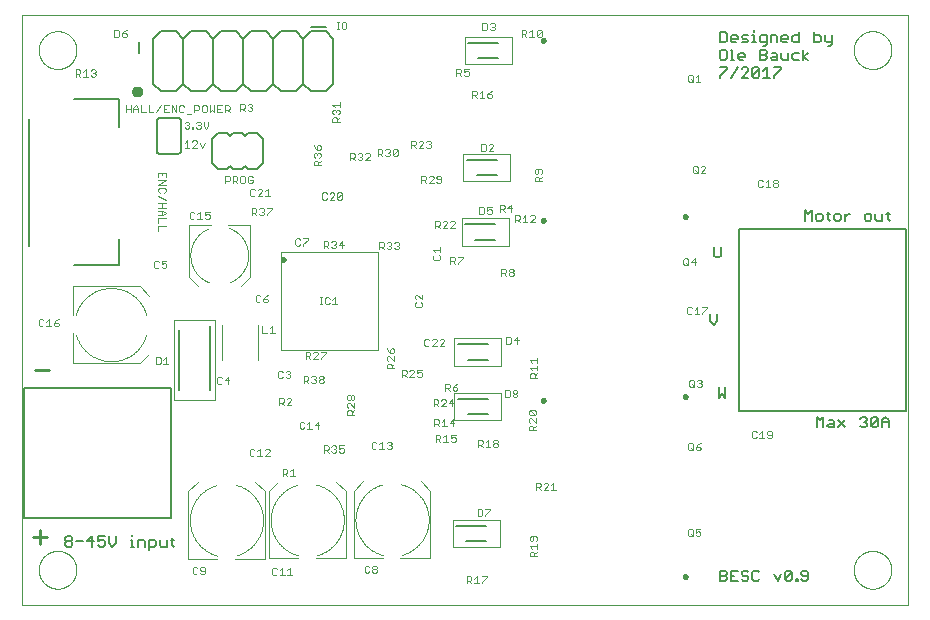
<source format=gto>
G75*
%MOIN*%
%OFA0B0*%
%FSLAX25Y25*%
%IPPOS*%
%LPD*%
%AMOC8*
5,1,8,0,0,1.08239X$1,22.5*
%
%ADD10C,0.00000*%
%ADD11C,0.01000*%
%ADD12C,0.00500*%
%ADD13C,0.00400*%
%ADD14C,0.00197*%
%ADD15C,0.00787*%
%ADD16C,0.01575*%
%ADD17C,0.00600*%
%ADD18C,0.00984*%
%ADD19C,0.00394*%
%ADD20C,0.00800*%
D10*
X0076394Y0056709D02*
X0076394Y0253559D01*
X0371669Y0253559D01*
X0371669Y0056709D01*
X0076394Y0056709D01*
X0081906Y0068520D02*
X0081908Y0068678D01*
X0081914Y0068836D01*
X0081924Y0068994D01*
X0081938Y0069152D01*
X0081956Y0069309D01*
X0081977Y0069466D01*
X0082003Y0069622D01*
X0082033Y0069778D01*
X0082066Y0069933D01*
X0082104Y0070086D01*
X0082145Y0070239D01*
X0082190Y0070391D01*
X0082239Y0070542D01*
X0082292Y0070691D01*
X0082348Y0070839D01*
X0082408Y0070985D01*
X0082472Y0071130D01*
X0082540Y0071273D01*
X0082611Y0071415D01*
X0082685Y0071555D01*
X0082763Y0071692D01*
X0082845Y0071828D01*
X0082929Y0071962D01*
X0083018Y0072093D01*
X0083109Y0072222D01*
X0083204Y0072349D01*
X0083301Y0072474D01*
X0083402Y0072596D01*
X0083506Y0072715D01*
X0083613Y0072832D01*
X0083723Y0072946D01*
X0083836Y0073057D01*
X0083951Y0073166D01*
X0084069Y0073271D01*
X0084190Y0073373D01*
X0084313Y0073473D01*
X0084439Y0073569D01*
X0084567Y0073662D01*
X0084697Y0073752D01*
X0084830Y0073838D01*
X0084965Y0073922D01*
X0085101Y0074001D01*
X0085240Y0074078D01*
X0085381Y0074150D01*
X0085523Y0074220D01*
X0085667Y0074285D01*
X0085813Y0074347D01*
X0085960Y0074405D01*
X0086109Y0074460D01*
X0086259Y0074511D01*
X0086410Y0074558D01*
X0086562Y0074601D01*
X0086715Y0074640D01*
X0086870Y0074676D01*
X0087025Y0074707D01*
X0087181Y0074735D01*
X0087337Y0074759D01*
X0087494Y0074779D01*
X0087652Y0074795D01*
X0087809Y0074807D01*
X0087968Y0074815D01*
X0088126Y0074819D01*
X0088284Y0074819D01*
X0088442Y0074815D01*
X0088601Y0074807D01*
X0088758Y0074795D01*
X0088916Y0074779D01*
X0089073Y0074759D01*
X0089229Y0074735D01*
X0089385Y0074707D01*
X0089540Y0074676D01*
X0089695Y0074640D01*
X0089848Y0074601D01*
X0090000Y0074558D01*
X0090151Y0074511D01*
X0090301Y0074460D01*
X0090450Y0074405D01*
X0090597Y0074347D01*
X0090743Y0074285D01*
X0090887Y0074220D01*
X0091029Y0074150D01*
X0091170Y0074078D01*
X0091309Y0074001D01*
X0091445Y0073922D01*
X0091580Y0073838D01*
X0091713Y0073752D01*
X0091843Y0073662D01*
X0091971Y0073569D01*
X0092097Y0073473D01*
X0092220Y0073373D01*
X0092341Y0073271D01*
X0092459Y0073166D01*
X0092574Y0073057D01*
X0092687Y0072946D01*
X0092797Y0072832D01*
X0092904Y0072715D01*
X0093008Y0072596D01*
X0093109Y0072474D01*
X0093206Y0072349D01*
X0093301Y0072222D01*
X0093392Y0072093D01*
X0093481Y0071962D01*
X0093565Y0071828D01*
X0093647Y0071692D01*
X0093725Y0071555D01*
X0093799Y0071415D01*
X0093870Y0071273D01*
X0093938Y0071130D01*
X0094002Y0070985D01*
X0094062Y0070839D01*
X0094118Y0070691D01*
X0094171Y0070542D01*
X0094220Y0070391D01*
X0094265Y0070239D01*
X0094306Y0070086D01*
X0094344Y0069933D01*
X0094377Y0069778D01*
X0094407Y0069622D01*
X0094433Y0069466D01*
X0094454Y0069309D01*
X0094472Y0069152D01*
X0094486Y0068994D01*
X0094496Y0068836D01*
X0094502Y0068678D01*
X0094504Y0068520D01*
X0094502Y0068362D01*
X0094496Y0068204D01*
X0094486Y0068046D01*
X0094472Y0067888D01*
X0094454Y0067731D01*
X0094433Y0067574D01*
X0094407Y0067418D01*
X0094377Y0067262D01*
X0094344Y0067107D01*
X0094306Y0066954D01*
X0094265Y0066801D01*
X0094220Y0066649D01*
X0094171Y0066498D01*
X0094118Y0066349D01*
X0094062Y0066201D01*
X0094002Y0066055D01*
X0093938Y0065910D01*
X0093870Y0065767D01*
X0093799Y0065625D01*
X0093725Y0065485D01*
X0093647Y0065348D01*
X0093565Y0065212D01*
X0093481Y0065078D01*
X0093392Y0064947D01*
X0093301Y0064818D01*
X0093206Y0064691D01*
X0093109Y0064566D01*
X0093008Y0064444D01*
X0092904Y0064325D01*
X0092797Y0064208D01*
X0092687Y0064094D01*
X0092574Y0063983D01*
X0092459Y0063874D01*
X0092341Y0063769D01*
X0092220Y0063667D01*
X0092097Y0063567D01*
X0091971Y0063471D01*
X0091843Y0063378D01*
X0091713Y0063288D01*
X0091580Y0063202D01*
X0091445Y0063118D01*
X0091309Y0063039D01*
X0091170Y0062962D01*
X0091029Y0062890D01*
X0090887Y0062820D01*
X0090743Y0062755D01*
X0090597Y0062693D01*
X0090450Y0062635D01*
X0090301Y0062580D01*
X0090151Y0062529D01*
X0090000Y0062482D01*
X0089848Y0062439D01*
X0089695Y0062400D01*
X0089540Y0062364D01*
X0089385Y0062333D01*
X0089229Y0062305D01*
X0089073Y0062281D01*
X0088916Y0062261D01*
X0088758Y0062245D01*
X0088601Y0062233D01*
X0088442Y0062225D01*
X0088284Y0062221D01*
X0088126Y0062221D01*
X0087968Y0062225D01*
X0087809Y0062233D01*
X0087652Y0062245D01*
X0087494Y0062261D01*
X0087337Y0062281D01*
X0087181Y0062305D01*
X0087025Y0062333D01*
X0086870Y0062364D01*
X0086715Y0062400D01*
X0086562Y0062439D01*
X0086410Y0062482D01*
X0086259Y0062529D01*
X0086109Y0062580D01*
X0085960Y0062635D01*
X0085813Y0062693D01*
X0085667Y0062755D01*
X0085523Y0062820D01*
X0085381Y0062890D01*
X0085240Y0062962D01*
X0085101Y0063039D01*
X0084965Y0063118D01*
X0084830Y0063202D01*
X0084697Y0063288D01*
X0084567Y0063378D01*
X0084439Y0063471D01*
X0084313Y0063567D01*
X0084190Y0063667D01*
X0084069Y0063769D01*
X0083951Y0063874D01*
X0083836Y0063983D01*
X0083723Y0064094D01*
X0083613Y0064208D01*
X0083506Y0064325D01*
X0083402Y0064444D01*
X0083301Y0064566D01*
X0083204Y0064691D01*
X0083109Y0064818D01*
X0083018Y0064947D01*
X0082929Y0065078D01*
X0082845Y0065212D01*
X0082763Y0065348D01*
X0082685Y0065485D01*
X0082611Y0065625D01*
X0082540Y0065767D01*
X0082472Y0065910D01*
X0082408Y0066055D01*
X0082348Y0066201D01*
X0082292Y0066349D01*
X0082239Y0066498D01*
X0082190Y0066649D01*
X0082145Y0066801D01*
X0082104Y0066954D01*
X0082066Y0067107D01*
X0082033Y0067262D01*
X0082003Y0067418D01*
X0081977Y0067574D01*
X0081956Y0067731D01*
X0081938Y0067888D01*
X0081924Y0068046D01*
X0081914Y0068204D01*
X0081908Y0068362D01*
X0081906Y0068520D01*
X0081906Y0241748D02*
X0081908Y0241906D01*
X0081914Y0242064D01*
X0081924Y0242222D01*
X0081938Y0242380D01*
X0081956Y0242537D01*
X0081977Y0242694D01*
X0082003Y0242850D01*
X0082033Y0243006D01*
X0082066Y0243161D01*
X0082104Y0243314D01*
X0082145Y0243467D01*
X0082190Y0243619D01*
X0082239Y0243770D01*
X0082292Y0243919D01*
X0082348Y0244067D01*
X0082408Y0244213D01*
X0082472Y0244358D01*
X0082540Y0244501D01*
X0082611Y0244643D01*
X0082685Y0244783D01*
X0082763Y0244920D01*
X0082845Y0245056D01*
X0082929Y0245190D01*
X0083018Y0245321D01*
X0083109Y0245450D01*
X0083204Y0245577D01*
X0083301Y0245702D01*
X0083402Y0245824D01*
X0083506Y0245943D01*
X0083613Y0246060D01*
X0083723Y0246174D01*
X0083836Y0246285D01*
X0083951Y0246394D01*
X0084069Y0246499D01*
X0084190Y0246601D01*
X0084313Y0246701D01*
X0084439Y0246797D01*
X0084567Y0246890D01*
X0084697Y0246980D01*
X0084830Y0247066D01*
X0084965Y0247150D01*
X0085101Y0247229D01*
X0085240Y0247306D01*
X0085381Y0247378D01*
X0085523Y0247448D01*
X0085667Y0247513D01*
X0085813Y0247575D01*
X0085960Y0247633D01*
X0086109Y0247688D01*
X0086259Y0247739D01*
X0086410Y0247786D01*
X0086562Y0247829D01*
X0086715Y0247868D01*
X0086870Y0247904D01*
X0087025Y0247935D01*
X0087181Y0247963D01*
X0087337Y0247987D01*
X0087494Y0248007D01*
X0087652Y0248023D01*
X0087809Y0248035D01*
X0087968Y0248043D01*
X0088126Y0248047D01*
X0088284Y0248047D01*
X0088442Y0248043D01*
X0088601Y0248035D01*
X0088758Y0248023D01*
X0088916Y0248007D01*
X0089073Y0247987D01*
X0089229Y0247963D01*
X0089385Y0247935D01*
X0089540Y0247904D01*
X0089695Y0247868D01*
X0089848Y0247829D01*
X0090000Y0247786D01*
X0090151Y0247739D01*
X0090301Y0247688D01*
X0090450Y0247633D01*
X0090597Y0247575D01*
X0090743Y0247513D01*
X0090887Y0247448D01*
X0091029Y0247378D01*
X0091170Y0247306D01*
X0091309Y0247229D01*
X0091445Y0247150D01*
X0091580Y0247066D01*
X0091713Y0246980D01*
X0091843Y0246890D01*
X0091971Y0246797D01*
X0092097Y0246701D01*
X0092220Y0246601D01*
X0092341Y0246499D01*
X0092459Y0246394D01*
X0092574Y0246285D01*
X0092687Y0246174D01*
X0092797Y0246060D01*
X0092904Y0245943D01*
X0093008Y0245824D01*
X0093109Y0245702D01*
X0093206Y0245577D01*
X0093301Y0245450D01*
X0093392Y0245321D01*
X0093481Y0245190D01*
X0093565Y0245056D01*
X0093647Y0244920D01*
X0093725Y0244783D01*
X0093799Y0244643D01*
X0093870Y0244501D01*
X0093938Y0244358D01*
X0094002Y0244213D01*
X0094062Y0244067D01*
X0094118Y0243919D01*
X0094171Y0243770D01*
X0094220Y0243619D01*
X0094265Y0243467D01*
X0094306Y0243314D01*
X0094344Y0243161D01*
X0094377Y0243006D01*
X0094407Y0242850D01*
X0094433Y0242694D01*
X0094454Y0242537D01*
X0094472Y0242380D01*
X0094486Y0242222D01*
X0094496Y0242064D01*
X0094502Y0241906D01*
X0094504Y0241748D01*
X0094502Y0241590D01*
X0094496Y0241432D01*
X0094486Y0241274D01*
X0094472Y0241116D01*
X0094454Y0240959D01*
X0094433Y0240802D01*
X0094407Y0240646D01*
X0094377Y0240490D01*
X0094344Y0240335D01*
X0094306Y0240182D01*
X0094265Y0240029D01*
X0094220Y0239877D01*
X0094171Y0239726D01*
X0094118Y0239577D01*
X0094062Y0239429D01*
X0094002Y0239283D01*
X0093938Y0239138D01*
X0093870Y0238995D01*
X0093799Y0238853D01*
X0093725Y0238713D01*
X0093647Y0238576D01*
X0093565Y0238440D01*
X0093481Y0238306D01*
X0093392Y0238175D01*
X0093301Y0238046D01*
X0093206Y0237919D01*
X0093109Y0237794D01*
X0093008Y0237672D01*
X0092904Y0237553D01*
X0092797Y0237436D01*
X0092687Y0237322D01*
X0092574Y0237211D01*
X0092459Y0237102D01*
X0092341Y0236997D01*
X0092220Y0236895D01*
X0092097Y0236795D01*
X0091971Y0236699D01*
X0091843Y0236606D01*
X0091713Y0236516D01*
X0091580Y0236430D01*
X0091445Y0236346D01*
X0091309Y0236267D01*
X0091170Y0236190D01*
X0091029Y0236118D01*
X0090887Y0236048D01*
X0090743Y0235983D01*
X0090597Y0235921D01*
X0090450Y0235863D01*
X0090301Y0235808D01*
X0090151Y0235757D01*
X0090000Y0235710D01*
X0089848Y0235667D01*
X0089695Y0235628D01*
X0089540Y0235592D01*
X0089385Y0235561D01*
X0089229Y0235533D01*
X0089073Y0235509D01*
X0088916Y0235489D01*
X0088758Y0235473D01*
X0088601Y0235461D01*
X0088442Y0235453D01*
X0088284Y0235449D01*
X0088126Y0235449D01*
X0087968Y0235453D01*
X0087809Y0235461D01*
X0087652Y0235473D01*
X0087494Y0235489D01*
X0087337Y0235509D01*
X0087181Y0235533D01*
X0087025Y0235561D01*
X0086870Y0235592D01*
X0086715Y0235628D01*
X0086562Y0235667D01*
X0086410Y0235710D01*
X0086259Y0235757D01*
X0086109Y0235808D01*
X0085960Y0235863D01*
X0085813Y0235921D01*
X0085667Y0235983D01*
X0085523Y0236048D01*
X0085381Y0236118D01*
X0085240Y0236190D01*
X0085101Y0236267D01*
X0084965Y0236346D01*
X0084830Y0236430D01*
X0084697Y0236516D01*
X0084567Y0236606D01*
X0084439Y0236699D01*
X0084313Y0236795D01*
X0084190Y0236895D01*
X0084069Y0236997D01*
X0083951Y0237102D01*
X0083836Y0237211D01*
X0083723Y0237322D01*
X0083613Y0237436D01*
X0083506Y0237553D01*
X0083402Y0237672D01*
X0083301Y0237794D01*
X0083204Y0237919D01*
X0083109Y0238046D01*
X0083018Y0238175D01*
X0082929Y0238306D01*
X0082845Y0238440D01*
X0082763Y0238576D01*
X0082685Y0238713D01*
X0082611Y0238853D01*
X0082540Y0238995D01*
X0082472Y0239138D01*
X0082408Y0239283D01*
X0082348Y0239429D01*
X0082292Y0239577D01*
X0082239Y0239726D01*
X0082190Y0239877D01*
X0082145Y0240029D01*
X0082104Y0240182D01*
X0082066Y0240335D01*
X0082033Y0240490D01*
X0082003Y0240646D01*
X0081977Y0240802D01*
X0081956Y0240959D01*
X0081938Y0241116D01*
X0081924Y0241274D01*
X0081914Y0241432D01*
X0081908Y0241590D01*
X0081906Y0241748D01*
X0353559Y0241748D02*
X0353561Y0241906D01*
X0353567Y0242064D01*
X0353577Y0242222D01*
X0353591Y0242380D01*
X0353609Y0242537D01*
X0353630Y0242694D01*
X0353656Y0242850D01*
X0353686Y0243006D01*
X0353719Y0243161D01*
X0353757Y0243314D01*
X0353798Y0243467D01*
X0353843Y0243619D01*
X0353892Y0243770D01*
X0353945Y0243919D01*
X0354001Y0244067D01*
X0354061Y0244213D01*
X0354125Y0244358D01*
X0354193Y0244501D01*
X0354264Y0244643D01*
X0354338Y0244783D01*
X0354416Y0244920D01*
X0354498Y0245056D01*
X0354582Y0245190D01*
X0354671Y0245321D01*
X0354762Y0245450D01*
X0354857Y0245577D01*
X0354954Y0245702D01*
X0355055Y0245824D01*
X0355159Y0245943D01*
X0355266Y0246060D01*
X0355376Y0246174D01*
X0355489Y0246285D01*
X0355604Y0246394D01*
X0355722Y0246499D01*
X0355843Y0246601D01*
X0355966Y0246701D01*
X0356092Y0246797D01*
X0356220Y0246890D01*
X0356350Y0246980D01*
X0356483Y0247066D01*
X0356618Y0247150D01*
X0356754Y0247229D01*
X0356893Y0247306D01*
X0357034Y0247378D01*
X0357176Y0247448D01*
X0357320Y0247513D01*
X0357466Y0247575D01*
X0357613Y0247633D01*
X0357762Y0247688D01*
X0357912Y0247739D01*
X0358063Y0247786D01*
X0358215Y0247829D01*
X0358368Y0247868D01*
X0358523Y0247904D01*
X0358678Y0247935D01*
X0358834Y0247963D01*
X0358990Y0247987D01*
X0359147Y0248007D01*
X0359305Y0248023D01*
X0359462Y0248035D01*
X0359621Y0248043D01*
X0359779Y0248047D01*
X0359937Y0248047D01*
X0360095Y0248043D01*
X0360254Y0248035D01*
X0360411Y0248023D01*
X0360569Y0248007D01*
X0360726Y0247987D01*
X0360882Y0247963D01*
X0361038Y0247935D01*
X0361193Y0247904D01*
X0361348Y0247868D01*
X0361501Y0247829D01*
X0361653Y0247786D01*
X0361804Y0247739D01*
X0361954Y0247688D01*
X0362103Y0247633D01*
X0362250Y0247575D01*
X0362396Y0247513D01*
X0362540Y0247448D01*
X0362682Y0247378D01*
X0362823Y0247306D01*
X0362962Y0247229D01*
X0363098Y0247150D01*
X0363233Y0247066D01*
X0363366Y0246980D01*
X0363496Y0246890D01*
X0363624Y0246797D01*
X0363750Y0246701D01*
X0363873Y0246601D01*
X0363994Y0246499D01*
X0364112Y0246394D01*
X0364227Y0246285D01*
X0364340Y0246174D01*
X0364450Y0246060D01*
X0364557Y0245943D01*
X0364661Y0245824D01*
X0364762Y0245702D01*
X0364859Y0245577D01*
X0364954Y0245450D01*
X0365045Y0245321D01*
X0365134Y0245190D01*
X0365218Y0245056D01*
X0365300Y0244920D01*
X0365378Y0244783D01*
X0365452Y0244643D01*
X0365523Y0244501D01*
X0365591Y0244358D01*
X0365655Y0244213D01*
X0365715Y0244067D01*
X0365771Y0243919D01*
X0365824Y0243770D01*
X0365873Y0243619D01*
X0365918Y0243467D01*
X0365959Y0243314D01*
X0365997Y0243161D01*
X0366030Y0243006D01*
X0366060Y0242850D01*
X0366086Y0242694D01*
X0366107Y0242537D01*
X0366125Y0242380D01*
X0366139Y0242222D01*
X0366149Y0242064D01*
X0366155Y0241906D01*
X0366157Y0241748D01*
X0366155Y0241590D01*
X0366149Y0241432D01*
X0366139Y0241274D01*
X0366125Y0241116D01*
X0366107Y0240959D01*
X0366086Y0240802D01*
X0366060Y0240646D01*
X0366030Y0240490D01*
X0365997Y0240335D01*
X0365959Y0240182D01*
X0365918Y0240029D01*
X0365873Y0239877D01*
X0365824Y0239726D01*
X0365771Y0239577D01*
X0365715Y0239429D01*
X0365655Y0239283D01*
X0365591Y0239138D01*
X0365523Y0238995D01*
X0365452Y0238853D01*
X0365378Y0238713D01*
X0365300Y0238576D01*
X0365218Y0238440D01*
X0365134Y0238306D01*
X0365045Y0238175D01*
X0364954Y0238046D01*
X0364859Y0237919D01*
X0364762Y0237794D01*
X0364661Y0237672D01*
X0364557Y0237553D01*
X0364450Y0237436D01*
X0364340Y0237322D01*
X0364227Y0237211D01*
X0364112Y0237102D01*
X0363994Y0236997D01*
X0363873Y0236895D01*
X0363750Y0236795D01*
X0363624Y0236699D01*
X0363496Y0236606D01*
X0363366Y0236516D01*
X0363233Y0236430D01*
X0363098Y0236346D01*
X0362962Y0236267D01*
X0362823Y0236190D01*
X0362682Y0236118D01*
X0362540Y0236048D01*
X0362396Y0235983D01*
X0362250Y0235921D01*
X0362103Y0235863D01*
X0361954Y0235808D01*
X0361804Y0235757D01*
X0361653Y0235710D01*
X0361501Y0235667D01*
X0361348Y0235628D01*
X0361193Y0235592D01*
X0361038Y0235561D01*
X0360882Y0235533D01*
X0360726Y0235509D01*
X0360569Y0235489D01*
X0360411Y0235473D01*
X0360254Y0235461D01*
X0360095Y0235453D01*
X0359937Y0235449D01*
X0359779Y0235449D01*
X0359621Y0235453D01*
X0359462Y0235461D01*
X0359305Y0235473D01*
X0359147Y0235489D01*
X0358990Y0235509D01*
X0358834Y0235533D01*
X0358678Y0235561D01*
X0358523Y0235592D01*
X0358368Y0235628D01*
X0358215Y0235667D01*
X0358063Y0235710D01*
X0357912Y0235757D01*
X0357762Y0235808D01*
X0357613Y0235863D01*
X0357466Y0235921D01*
X0357320Y0235983D01*
X0357176Y0236048D01*
X0357034Y0236118D01*
X0356893Y0236190D01*
X0356754Y0236267D01*
X0356618Y0236346D01*
X0356483Y0236430D01*
X0356350Y0236516D01*
X0356220Y0236606D01*
X0356092Y0236699D01*
X0355966Y0236795D01*
X0355843Y0236895D01*
X0355722Y0236997D01*
X0355604Y0237102D01*
X0355489Y0237211D01*
X0355376Y0237322D01*
X0355266Y0237436D01*
X0355159Y0237553D01*
X0355055Y0237672D01*
X0354954Y0237794D01*
X0354857Y0237919D01*
X0354762Y0238046D01*
X0354671Y0238175D01*
X0354582Y0238306D01*
X0354498Y0238440D01*
X0354416Y0238576D01*
X0354338Y0238713D01*
X0354264Y0238853D01*
X0354193Y0238995D01*
X0354125Y0239138D01*
X0354061Y0239283D01*
X0354001Y0239429D01*
X0353945Y0239577D01*
X0353892Y0239726D01*
X0353843Y0239877D01*
X0353798Y0240029D01*
X0353757Y0240182D01*
X0353719Y0240335D01*
X0353686Y0240490D01*
X0353656Y0240646D01*
X0353630Y0240802D01*
X0353609Y0240959D01*
X0353591Y0241116D01*
X0353577Y0241274D01*
X0353567Y0241432D01*
X0353561Y0241590D01*
X0353559Y0241748D01*
X0353559Y0068520D02*
X0353561Y0068678D01*
X0353567Y0068836D01*
X0353577Y0068994D01*
X0353591Y0069152D01*
X0353609Y0069309D01*
X0353630Y0069466D01*
X0353656Y0069622D01*
X0353686Y0069778D01*
X0353719Y0069933D01*
X0353757Y0070086D01*
X0353798Y0070239D01*
X0353843Y0070391D01*
X0353892Y0070542D01*
X0353945Y0070691D01*
X0354001Y0070839D01*
X0354061Y0070985D01*
X0354125Y0071130D01*
X0354193Y0071273D01*
X0354264Y0071415D01*
X0354338Y0071555D01*
X0354416Y0071692D01*
X0354498Y0071828D01*
X0354582Y0071962D01*
X0354671Y0072093D01*
X0354762Y0072222D01*
X0354857Y0072349D01*
X0354954Y0072474D01*
X0355055Y0072596D01*
X0355159Y0072715D01*
X0355266Y0072832D01*
X0355376Y0072946D01*
X0355489Y0073057D01*
X0355604Y0073166D01*
X0355722Y0073271D01*
X0355843Y0073373D01*
X0355966Y0073473D01*
X0356092Y0073569D01*
X0356220Y0073662D01*
X0356350Y0073752D01*
X0356483Y0073838D01*
X0356618Y0073922D01*
X0356754Y0074001D01*
X0356893Y0074078D01*
X0357034Y0074150D01*
X0357176Y0074220D01*
X0357320Y0074285D01*
X0357466Y0074347D01*
X0357613Y0074405D01*
X0357762Y0074460D01*
X0357912Y0074511D01*
X0358063Y0074558D01*
X0358215Y0074601D01*
X0358368Y0074640D01*
X0358523Y0074676D01*
X0358678Y0074707D01*
X0358834Y0074735D01*
X0358990Y0074759D01*
X0359147Y0074779D01*
X0359305Y0074795D01*
X0359462Y0074807D01*
X0359621Y0074815D01*
X0359779Y0074819D01*
X0359937Y0074819D01*
X0360095Y0074815D01*
X0360254Y0074807D01*
X0360411Y0074795D01*
X0360569Y0074779D01*
X0360726Y0074759D01*
X0360882Y0074735D01*
X0361038Y0074707D01*
X0361193Y0074676D01*
X0361348Y0074640D01*
X0361501Y0074601D01*
X0361653Y0074558D01*
X0361804Y0074511D01*
X0361954Y0074460D01*
X0362103Y0074405D01*
X0362250Y0074347D01*
X0362396Y0074285D01*
X0362540Y0074220D01*
X0362682Y0074150D01*
X0362823Y0074078D01*
X0362962Y0074001D01*
X0363098Y0073922D01*
X0363233Y0073838D01*
X0363366Y0073752D01*
X0363496Y0073662D01*
X0363624Y0073569D01*
X0363750Y0073473D01*
X0363873Y0073373D01*
X0363994Y0073271D01*
X0364112Y0073166D01*
X0364227Y0073057D01*
X0364340Y0072946D01*
X0364450Y0072832D01*
X0364557Y0072715D01*
X0364661Y0072596D01*
X0364762Y0072474D01*
X0364859Y0072349D01*
X0364954Y0072222D01*
X0365045Y0072093D01*
X0365134Y0071962D01*
X0365218Y0071828D01*
X0365300Y0071692D01*
X0365378Y0071555D01*
X0365452Y0071415D01*
X0365523Y0071273D01*
X0365591Y0071130D01*
X0365655Y0070985D01*
X0365715Y0070839D01*
X0365771Y0070691D01*
X0365824Y0070542D01*
X0365873Y0070391D01*
X0365918Y0070239D01*
X0365959Y0070086D01*
X0365997Y0069933D01*
X0366030Y0069778D01*
X0366060Y0069622D01*
X0366086Y0069466D01*
X0366107Y0069309D01*
X0366125Y0069152D01*
X0366139Y0068994D01*
X0366149Y0068836D01*
X0366155Y0068678D01*
X0366157Y0068520D01*
X0366155Y0068362D01*
X0366149Y0068204D01*
X0366139Y0068046D01*
X0366125Y0067888D01*
X0366107Y0067731D01*
X0366086Y0067574D01*
X0366060Y0067418D01*
X0366030Y0067262D01*
X0365997Y0067107D01*
X0365959Y0066954D01*
X0365918Y0066801D01*
X0365873Y0066649D01*
X0365824Y0066498D01*
X0365771Y0066349D01*
X0365715Y0066201D01*
X0365655Y0066055D01*
X0365591Y0065910D01*
X0365523Y0065767D01*
X0365452Y0065625D01*
X0365378Y0065485D01*
X0365300Y0065348D01*
X0365218Y0065212D01*
X0365134Y0065078D01*
X0365045Y0064947D01*
X0364954Y0064818D01*
X0364859Y0064691D01*
X0364762Y0064566D01*
X0364661Y0064444D01*
X0364557Y0064325D01*
X0364450Y0064208D01*
X0364340Y0064094D01*
X0364227Y0063983D01*
X0364112Y0063874D01*
X0363994Y0063769D01*
X0363873Y0063667D01*
X0363750Y0063567D01*
X0363624Y0063471D01*
X0363496Y0063378D01*
X0363366Y0063288D01*
X0363233Y0063202D01*
X0363098Y0063118D01*
X0362962Y0063039D01*
X0362823Y0062962D01*
X0362682Y0062890D01*
X0362540Y0062820D01*
X0362396Y0062755D01*
X0362250Y0062693D01*
X0362103Y0062635D01*
X0361954Y0062580D01*
X0361804Y0062529D01*
X0361653Y0062482D01*
X0361501Y0062439D01*
X0361348Y0062400D01*
X0361193Y0062364D01*
X0361038Y0062333D01*
X0360882Y0062305D01*
X0360726Y0062281D01*
X0360569Y0062261D01*
X0360411Y0062245D01*
X0360254Y0062233D01*
X0360095Y0062225D01*
X0359937Y0062221D01*
X0359779Y0062221D01*
X0359621Y0062225D01*
X0359462Y0062233D01*
X0359305Y0062245D01*
X0359147Y0062261D01*
X0358990Y0062281D01*
X0358834Y0062305D01*
X0358678Y0062333D01*
X0358523Y0062364D01*
X0358368Y0062400D01*
X0358215Y0062439D01*
X0358063Y0062482D01*
X0357912Y0062529D01*
X0357762Y0062580D01*
X0357613Y0062635D01*
X0357466Y0062693D01*
X0357320Y0062755D01*
X0357176Y0062820D01*
X0357034Y0062890D01*
X0356893Y0062962D01*
X0356754Y0063039D01*
X0356618Y0063118D01*
X0356483Y0063202D01*
X0356350Y0063288D01*
X0356220Y0063378D01*
X0356092Y0063471D01*
X0355966Y0063567D01*
X0355843Y0063667D01*
X0355722Y0063769D01*
X0355604Y0063874D01*
X0355489Y0063983D01*
X0355376Y0064094D01*
X0355266Y0064208D01*
X0355159Y0064325D01*
X0355055Y0064444D01*
X0354954Y0064566D01*
X0354857Y0064691D01*
X0354762Y0064818D01*
X0354671Y0064947D01*
X0354582Y0065078D01*
X0354498Y0065212D01*
X0354416Y0065348D01*
X0354338Y0065485D01*
X0354264Y0065625D01*
X0354193Y0065767D01*
X0354125Y0065910D01*
X0354061Y0066055D01*
X0354001Y0066201D01*
X0353945Y0066349D01*
X0353892Y0066498D01*
X0353843Y0066649D01*
X0353798Y0066801D01*
X0353757Y0066954D01*
X0353719Y0067107D01*
X0353686Y0067262D01*
X0353656Y0067418D01*
X0353630Y0067574D01*
X0353609Y0067731D01*
X0353591Y0067888D01*
X0353577Y0068046D01*
X0353567Y0068204D01*
X0353561Y0068362D01*
X0353559Y0068520D01*
D11*
X0296970Y0066273D02*
X0296972Y0066317D01*
X0296978Y0066362D01*
X0296988Y0066405D01*
X0297002Y0066447D01*
X0297019Y0066488D01*
X0297040Y0066527D01*
X0297065Y0066565D01*
X0297092Y0066599D01*
X0297123Y0066632D01*
X0297157Y0066661D01*
X0297193Y0066687D01*
X0297231Y0066710D01*
X0297271Y0066729D01*
X0297313Y0066745D01*
X0297356Y0066757D01*
X0297399Y0066765D01*
X0297444Y0066769D01*
X0297488Y0066769D01*
X0297533Y0066765D01*
X0297576Y0066757D01*
X0297619Y0066745D01*
X0297661Y0066729D01*
X0297701Y0066710D01*
X0297739Y0066687D01*
X0297775Y0066661D01*
X0297809Y0066632D01*
X0297840Y0066599D01*
X0297867Y0066565D01*
X0297892Y0066527D01*
X0297913Y0066488D01*
X0297930Y0066447D01*
X0297944Y0066405D01*
X0297954Y0066362D01*
X0297960Y0066317D01*
X0297962Y0066273D01*
X0297960Y0066229D01*
X0297954Y0066184D01*
X0297944Y0066141D01*
X0297930Y0066099D01*
X0297913Y0066058D01*
X0297892Y0066019D01*
X0297867Y0065981D01*
X0297840Y0065947D01*
X0297809Y0065914D01*
X0297775Y0065885D01*
X0297739Y0065859D01*
X0297701Y0065836D01*
X0297661Y0065817D01*
X0297619Y0065801D01*
X0297576Y0065789D01*
X0297533Y0065781D01*
X0297488Y0065777D01*
X0297444Y0065777D01*
X0297399Y0065781D01*
X0297356Y0065789D01*
X0297313Y0065801D01*
X0297271Y0065817D01*
X0297231Y0065836D01*
X0297193Y0065859D01*
X0297157Y0065885D01*
X0297123Y0065914D01*
X0297092Y0065947D01*
X0297065Y0065981D01*
X0297040Y0066019D01*
X0297019Y0066058D01*
X0297002Y0066099D01*
X0296988Y0066141D01*
X0296978Y0066184D01*
X0296972Y0066229D01*
X0296970Y0066273D01*
X0296970Y0126273D02*
X0296972Y0126317D01*
X0296978Y0126362D01*
X0296988Y0126405D01*
X0297002Y0126447D01*
X0297019Y0126488D01*
X0297040Y0126527D01*
X0297065Y0126565D01*
X0297092Y0126599D01*
X0297123Y0126632D01*
X0297157Y0126661D01*
X0297193Y0126687D01*
X0297231Y0126710D01*
X0297271Y0126729D01*
X0297313Y0126745D01*
X0297356Y0126757D01*
X0297399Y0126765D01*
X0297444Y0126769D01*
X0297488Y0126769D01*
X0297533Y0126765D01*
X0297576Y0126757D01*
X0297619Y0126745D01*
X0297661Y0126729D01*
X0297701Y0126710D01*
X0297739Y0126687D01*
X0297775Y0126661D01*
X0297809Y0126632D01*
X0297840Y0126599D01*
X0297867Y0126565D01*
X0297892Y0126527D01*
X0297913Y0126488D01*
X0297930Y0126447D01*
X0297944Y0126405D01*
X0297954Y0126362D01*
X0297960Y0126317D01*
X0297962Y0126273D01*
X0297960Y0126229D01*
X0297954Y0126184D01*
X0297944Y0126141D01*
X0297930Y0126099D01*
X0297913Y0126058D01*
X0297892Y0126019D01*
X0297867Y0125981D01*
X0297840Y0125947D01*
X0297809Y0125914D01*
X0297775Y0125885D01*
X0297739Y0125859D01*
X0297701Y0125836D01*
X0297661Y0125817D01*
X0297619Y0125801D01*
X0297576Y0125789D01*
X0297533Y0125781D01*
X0297488Y0125777D01*
X0297444Y0125777D01*
X0297399Y0125781D01*
X0297356Y0125789D01*
X0297313Y0125801D01*
X0297271Y0125817D01*
X0297231Y0125836D01*
X0297193Y0125859D01*
X0297157Y0125885D01*
X0297123Y0125914D01*
X0297092Y0125947D01*
X0297065Y0125981D01*
X0297040Y0126019D01*
X0297019Y0126058D01*
X0297002Y0126099D01*
X0296988Y0126141D01*
X0296978Y0126184D01*
X0296972Y0126229D01*
X0296970Y0126273D01*
X0249589Y0125018D02*
X0249591Y0125062D01*
X0249597Y0125107D01*
X0249607Y0125150D01*
X0249621Y0125192D01*
X0249638Y0125233D01*
X0249659Y0125272D01*
X0249684Y0125310D01*
X0249711Y0125344D01*
X0249742Y0125377D01*
X0249776Y0125406D01*
X0249812Y0125432D01*
X0249850Y0125455D01*
X0249890Y0125474D01*
X0249932Y0125490D01*
X0249975Y0125502D01*
X0250018Y0125510D01*
X0250063Y0125514D01*
X0250107Y0125514D01*
X0250152Y0125510D01*
X0250195Y0125502D01*
X0250238Y0125490D01*
X0250280Y0125474D01*
X0250320Y0125455D01*
X0250358Y0125432D01*
X0250394Y0125406D01*
X0250428Y0125377D01*
X0250459Y0125344D01*
X0250486Y0125310D01*
X0250511Y0125272D01*
X0250532Y0125233D01*
X0250549Y0125192D01*
X0250563Y0125150D01*
X0250573Y0125107D01*
X0250579Y0125062D01*
X0250581Y0125018D01*
X0250579Y0124974D01*
X0250573Y0124929D01*
X0250563Y0124886D01*
X0250549Y0124844D01*
X0250532Y0124803D01*
X0250511Y0124764D01*
X0250486Y0124726D01*
X0250459Y0124692D01*
X0250428Y0124659D01*
X0250394Y0124630D01*
X0250358Y0124604D01*
X0250320Y0124581D01*
X0250280Y0124562D01*
X0250238Y0124546D01*
X0250195Y0124534D01*
X0250152Y0124526D01*
X0250107Y0124522D01*
X0250063Y0124522D01*
X0250018Y0124526D01*
X0249975Y0124534D01*
X0249932Y0124546D01*
X0249890Y0124562D01*
X0249850Y0124581D01*
X0249812Y0124604D01*
X0249776Y0124630D01*
X0249742Y0124659D01*
X0249711Y0124692D01*
X0249684Y0124726D01*
X0249659Y0124764D01*
X0249638Y0124803D01*
X0249621Y0124844D01*
X0249607Y0124886D01*
X0249597Y0124929D01*
X0249591Y0124974D01*
X0249589Y0125018D01*
X0249589Y0185018D02*
X0249591Y0185062D01*
X0249597Y0185107D01*
X0249607Y0185150D01*
X0249621Y0185192D01*
X0249638Y0185233D01*
X0249659Y0185272D01*
X0249684Y0185310D01*
X0249711Y0185344D01*
X0249742Y0185377D01*
X0249776Y0185406D01*
X0249812Y0185432D01*
X0249850Y0185455D01*
X0249890Y0185474D01*
X0249932Y0185490D01*
X0249975Y0185502D01*
X0250018Y0185510D01*
X0250063Y0185514D01*
X0250107Y0185514D01*
X0250152Y0185510D01*
X0250195Y0185502D01*
X0250238Y0185490D01*
X0250280Y0185474D01*
X0250320Y0185455D01*
X0250358Y0185432D01*
X0250394Y0185406D01*
X0250428Y0185377D01*
X0250459Y0185344D01*
X0250486Y0185310D01*
X0250511Y0185272D01*
X0250532Y0185233D01*
X0250549Y0185192D01*
X0250563Y0185150D01*
X0250573Y0185107D01*
X0250579Y0185062D01*
X0250581Y0185018D01*
X0250579Y0184974D01*
X0250573Y0184929D01*
X0250563Y0184886D01*
X0250549Y0184844D01*
X0250532Y0184803D01*
X0250511Y0184764D01*
X0250486Y0184726D01*
X0250459Y0184692D01*
X0250428Y0184659D01*
X0250394Y0184630D01*
X0250358Y0184604D01*
X0250320Y0184581D01*
X0250280Y0184562D01*
X0250238Y0184546D01*
X0250195Y0184534D01*
X0250152Y0184526D01*
X0250107Y0184522D01*
X0250063Y0184522D01*
X0250018Y0184526D01*
X0249975Y0184534D01*
X0249932Y0184546D01*
X0249890Y0184562D01*
X0249850Y0184581D01*
X0249812Y0184604D01*
X0249776Y0184630D01*
X0249742Y0184659D01*
X0249711Y0184692D01*
X0249684Y0184726D01*
X0249659Y0184764D01*
X0249638Y0184803D01*
X0249621Y0184844D01*
X0249607Y0184886D01*
X0249597Y0184929D01*
X0249591Y0184974D01*
X0249589Y0185018D01*
X0296970Y0186273D02*
X0296972Y0186317D01*
X0296978Y0186362D01*
X0296988Y0186405D01*
X0297002Y0186447D01*
X0297019Y0186488D01*
X0297040Y0186527D01*
X0297065Y0186565D01*
X0297092Y0186599D01*
X0297123Y0186632D01*
X0297157Y0186661D01*
X0297193Y0186687D01*
X0297231Y0186710D01*
X0297271Y0186729D01*
X0297313Y0186745D01*
X0297356Y0186757D01*
X0297399Y0186765D01*
X0297444Y0186769D01*
X0297488Y0186769D01*
X0297533Y0186765D01*
X0297576Y0186757D01*
X0297619Y0186745D01*
X0297661Y0186729D01*
X0297701Y0186710D01*
X0297739Y0186687D01*
X0297775Y0186661D01*
X0297809Y0186632D01*
X0297840Y0186599D01*
X0297867Y0186565D01*
X0297892Y0186527D01*
X0297913Y0186488D01*
X0297930Y0186447D01*
X0297944Y0186405D01*
X0297954Y0186362D01*
X0297960Y0186317D01*
X0297962Y0186273D01*
X0297960Y0186229D01*
X0297954Y0186184D01*
X0297944Y0186141D01*
X0297930Y0186099D01*
X0297913Y0186058D01*
X0297892Y0186019D01*
X0297867Y0185981D01*
X0297840Y0185947D01*
X0297809Y0185914D01*
X0297775Y0185885D01*
X0297739Y0185859D01*
X0297701Y0185836D01*
X0297661Y0185817D01*
X0297619Y0185801D01*
X0297576Y0185789D01*
X0297533Y0185781D01*
X0297488Y0185777D01*
X0297444Y0185777D01*
X0297399Y0185781D01*
X0297356Y0185789D01*
X0297313Y0185801D01*
X0297271Y0185817D01*
X0297231Y0185836D01*
X0297193Y0185859D01*
X0297157Y0185885D01*
X0297123Y0185914D01*
X0297092Y0185947D01*
X0297065Y0185981D01*
X0297040Y0186019D01*
X0297019Y0186058D01*
X0297002Y0186099D01*
X0296988Y0186141D01*
X0296978Y0186184D01*
X0296972Y0186229D01*
X0296970Y0186273D01*
X0249589Y0245018D02*
X0249591Y0245062D01*
X0249597Y0245107D01*
X0249607Y0245150D01*
X0249621Y0245192D01*
X0249638Y0245233D01*
X0249659Y0245272D01*
X0249684Y0245310D01*
X0249711Y0245344D01*
X0249742Y0245377D01*
X0249776Y0245406D01*
X0249812Y0245432D01*
X0249850Y0245455D01*
X0249890Y0245474D01*
X0249932Y0245490D01*
X0249975Y0245502D01*
X0250018Y0245510D01*
X0250063Y0245514D01*
X0250107Y0245514D01*
X0250152Y0245510D01*
X0250195Y0245502D01*
X0250238Y0245490D01*
X0250280Y0245474D01*
X0250320Y0245455D01*
X0250358Y0245432D01*
X0250394Y0245406D01*
X0250428Y0245377D01*
X0250459Y0245344D01*
X0250486Y0245310D01*
X0250511Y0245272D01*
X0250532Y0245233D01*
X0250549Y0245192D01*
X0250563Y0245150D01*
X0250573Y0245107D01*
X0250579Y0245062D01*
X0250581Y0245018D01*
X0250579Y0244974D01*
X0250573Y0244929D01*
X0250563Y0244886D01*
X0250549Y0244844D01*
X0250532Y0244803D01*
X0250511Y0244764D01*
X0250486Y0244726D01*
X0250459Y0244692D01*
X0250428Y0244659D01*
X0250394Y0244630D01*
X0250358Y0244604D01*
X0250320Y0244581D01*
X0250280Y0244562D01*
X0250238Y0244546D01*
X0250195Y0244534D01*
X0250152Y0244526D01*
X0250107Y0244522D01*
X0250063Y0244522D01*
X0250018Y0244526D01*
X0249975Y0244534D01*
X0249932Y0244546D01*
X0249890Y0244562D01*
X0249850Y0244581D01*
X0249812Y0244604D01*
X0249776Y0244630D01*
X0249742Y0244659D01*
X0249711Y0244692D01*
X0249684Y0244726D01*
X0249659Y0244764D01*
X0249638Y0244803D01*
X0249621Y0244844D01*
X0249607Y0244886D01*
X0249597Y0244929D01*
X0249591Y0244974D01*
X0249589Y0245018D01*
X0085417Y0135058D02*
X0080831Y0135058D01*
X0082337Y0081840D02*
X0082337Y0077253D01*
X0084630Y0079546D02*
X0080043Y0079546D01*
D12*
X0076906Y0085724D02*
X0126118Y0085724D01*
X0126118Y0129031D01*
X0076906Y0129031D01*
X0076906Y0085724D01*
X0090817Y0079117D02*
X0090817Y0078543D01*
X0091390Y0077970D01*
X0092537Y0077970D01*
X0093110Y0077397D01*
X0093110Y0076823D01*
X0092537Y0076250D01*
X0091390Y0076250D01*
X0090817Y0076823D01*
X0090817Y0077397D01*
X0091390Y0077970D01*
X0092537Y0077970D02*
X0093110Y0078543D01*
X0093110Y0079117D01*
X0092537Y0079690D01*
X0091390Y0079690D01*
X0090817Y0079117D01*
X0094442Y0077970D02*
X0096735Y0077970D01*
X0098067Y0077970D02*
X0100360Y0077970D01*
X0101692Y0077970D02*
X0102839Y0078543D01*
X0103412Y0078543D01*
X0103986Y0077970D01*
X0103986Y0076823D01*
X0103412Y0076250D01*
X0102266Y0076250D01*
X0101692Y0076823D01*
X0101692Y0077970D02*
X0101692Y0079690D01*
X0103986Y0079690D01*
X0105317Y0079690D02*
X0105317Y0077397D01*
X0106464Y0076250D01*
X0107611Y0077397D01*
X0107611Y0079690D01*
X0112568Y0078543D02*
X0113141Y0078543D01*
X0113141Y0076250D01*
X0112568Y0076250D02*
X0113714Y0076250D01*
X0114984Y0076250D02*
X0114984Y0078543D01*
X0116704Y0078543D01*
X0117278Y0077970D01*
X0117278Y0076250D01*
X0118610Y0076250D02*
X0120330Y0076250D01*
X0120903Y0076823D01*
X0120903Y0077970D01*
X0120330Y0078543D01*
X0118610Y0078543D01*
X0118610Y0075103D01*
X0122235Y0076823D02*
X0122808Y0076250D01*
X0124528Y0076250D01*
X0124528Y0078543D01*
X0125860Y0078543D02*
X0127007Y0078543D01*
X0126433Y0079117D02*
X0126433Y0076823D01*
X0127007Y0076250D01*
X0122235Y0076823D02*
X0122235Y0078543D01*
X0113141Y0079690D02*
X0113141Y0080263D01*
X0099787Y0079690D02*
X0099787Y0076250D01*
X0098067Y0077970D02*
X0099787Y0079690D01*
X0141744Y0201988D02*
X0139744Y0203988D01*
X0139744Y0211988D01*
X0141744Y0213988D01*
X0144744Y0213988D01*
X0145744Y0212988D01*
X0146744Y0213988D01*
X0149744Y0213988D01*
X0150744Y0212988D01*
X0151744Y0213988D01*
X0154744Y0213988D01*
X0156744Y0211988D01*
X0156744Y0203988D01*
X0154744Y0201988D01*
X0151744Y0201988D01*
X0150744Y0202988D01*
X0149744Y0201988D01*
X0146744Y0201988D01*
X0145744Y0202988D01*
X0144744Y0201988D01*
X0141744Y0201988D01*
X0115360Y0240779D02*
X0115360Y0244529D01*
X0308927Y0244360D02*
X0310647Y0244360D01*
X0311220Y0244934D01*
X0311220Y0247227D01*
X0310647Y0247800D01*
X0308927Y0247800D01*
X0308927Y0244360D01*
X0309500Y0241895D02*
X0308927Y0241321D01*
X0308927Y0239028D01*
X0309500Y0238455D01*
X0310647Y0238455D01*
X0311220Y0239028D01*
X0311220Y0241321D01*
X0310647Y0241895D01*
X0309500Y0241895D01*
X0312552Y0241895D02*
X0313126Y0241895D01*
X0313126Y0238455D01*
X0313699Y0238455D02*
X0312552Y0238455D01*
X0314969Y0239028D02*
X0314969Y0240175D01*
X0315542Y0240748D01*
X0316689Y0240748D01*
X0317262Y0240175D01*
X0317262Y0239601D01*
X0314969Y0239601D01*
X0314969Y0239028D02*
X0315542Y0238455D01*
X0316689Y0238455D01*
X0316751Y0235989D02*
X0316177Y0235416D01*
X0316751Y0235989D02*
X0317897Y0235989D01*
X0318471Y0235416D01*
X0318471Y0234843D01*
X0316177Y0232549D01*
X0318471Y0232549D01*
X0319803Y0233123D02*
X0320376Y0232549D01*
X0321523Y0232549D01*
X0322096Y0233123D01*
X0322096Y0235416D01*
X0319803Y0233123D01*
X0319803Y0235416D01*
X0320376Y0235989D01*
X0321523Y0235989D01*
X0322096Y0235416D01*
X0323428Y0234843D02*
X0324574Y0235989D01*
X0324574Y0232549D01*
X0323428Y0232549D02*
X0325721Y0232549D01*
X0327053Y0232549D02*
X0327053Y0233123D01*
X0329346Y0235416D01*
X0329346Y0235989D01*
X0327053Y0235989D01*
X0326418Y0238455D02*
X0325844Y0239028D01*
X0326418Y0239601D01*
X0328138Y0239601D01*
X0328138Y0240175D02*
X0328138Y0238455D01*
X0326418Y0238455D01*
X0324513Y0239028D02*
X0323939Y0238455D01*
X0322219Y0238455D01*
X0322219Y0241895D01*
X0323939Y0241895D01*
X0324513Y0241321D01*
X0324513Y0240748D01*
X0323939Y0240175D01*
X0322219Y0240175D01*
X0323939Y0240175D02*
X0324513Y0239601D01*
X0324513Y0239028D01*
X0326418Y0240748D02*
X0327564Y0240748D01*
X0328138Y0240175D01*
X0329470Y0240748D02*
X0329470Y0239028D01*
X0330043Y0238455D01*
X0331763Y0238455D01*
X0331763Y0240748D01*
X0333095Y0240175D02*
X0333095Y0239028D01*
X0333668Y0238455D01*
X0335388Y0238455D01*
X0336720Y0238455D02*
X0336720Y0241895D01*
X0335388Y0240748D02*
X0333668Y0240748D01*
X0333095Y0240175D01*
X0336720Y0239601D02*
X0338440Y0238455D01*
X0336720Y0239601D02*
X0338440Y0240748D01*
X0340345Y0244360D02*
X0342065Y0244360D01*
X0342638Y0244934D01*
X0342638Y0246080D01*
X0342065Y0246654D01*
X0340345Y0246654D01*
X0340345Y0247800D02*
X0340345Y0244360D01*
X0343970Y0244934D02*
X0344543Y0244360D01*
X0346263Y0244360D01*
X0346263Y0243787D02*
X0345690Y0243214D01*
X0345117Y0243214D01*
X0346263Y0243787D02*
X0346263Y0246654D01*
X0343970Y0246654D02*
X0343970Y0244934D01*
X0335388Y0244360D02*
X0333668Y0244360D01*
X0333095Y0244934D01*
X0333095Y0246080D01*
X0333668Y0246654D01*
X0335388Y0246654D01*
X0335388Y0247800D02*
X0335388Y0244360D01*
X0331763Y0245507D02*
X0329470Y0245507D01*
X0329470Y0246080D02*
X0330043Y0246654D01*
X0331190Y0246654D01*
X0331763Y0246080D01*
X0331763Y0245507D01*
X0331190Y0244360D02*
X0330043Y0244360D01*
X0329470Y0244934D01*
X0329470Y0246080D01*
X0328138Y0246080D02*
X0328138Y0244360D01*
X0328138Y0246080D02*
X0327564Y0246654D01*
X0325844Y0246654D01*
X0325844Y0244360D01*
X0324513Y0244360D02*
X0322793Y0244360D01*
X0322219Y0244934D01*
X0322219Y0246080D01*
X0322793Y0246654D01*
X0324513Y0246654D01*
X0324513Y0243787D01*
X0323939Y0243214D01*
X0323366Y0243214D01*
X0320949Y0244360D02*
X0319803Y0244360D01*
X0320376Y0244360D02*
X0320376Y0246654D01*
X0319803Y0246654D01*
X0320376Y0247800D02*
X0320376Y0248373D01*
X0318471Y0246654D02*
X0316751Y0246654D01*
X0316177Y0246080D01*
X0316751Y0245507D01*
X0317897Y0245507D01*
X0318471Y0244934D01*
X0317897Y0244360D01*
X0316177Y0244360D01*
X0314846Y0245507D02*
X0312552Y0245507D01*
X0312552Y0246080D02*
X0313126Y0246654D01*
X0314272Y0246654D01*
X0314846Y0246080D01*
X0314846Y0245507D01*
X0314272Y0244360D02*
X0313126Y0244360D01*
X0312552Y0244934D01*
X0312552Y0246080D01*
X0311220Y0235989D02*
X0308927Y0235989D01*
X0311220Y0235989D02*
X0311220Y0235416D01*
X0308927Y0233123D01*
X0308927Y0232549D01*
X0312552Y0232549D02*
X0314846Y0235989D01*
X0337274Y0188351D02*
X0338420Y0187205D01*
X0339567Y0188351D01*
X0339567Y0184911D01*
X0340899Y0185485D02*
X0340899Y0186631D01*
X0341472Y0187205D01*
X0342619Y0187205D01*
X0343192Y0186631D01*
X0343192Y0185485D01*
X0342619Y0184911D01*
X0341472Y0184911D01*
X0340899Y0185485D01*
X0337274Y0184911D02*
X0337274Y0188351D01*
X0344524Y0187205D02*
X0345671Y0187205D01*
X0345097Y0187778D02*
X0345097Y0185485D01*
X0345671Y0184911D01*
X0346941Y0185485D02*
X0347514Y0184911D01*
X0348661Y0184911D01*
X0349234Y0185485D01*
X0349234Y0186631D01*
X0348661Y0187205D01*
X0347514Y0187205D01*
X0346941Y0186631D01*
X0346941Y0185485D01*
X0350566Y0186058D02*
X0351712Y0187205D01*
X0352286Y0187205D01*
X0350566Y0187205D02*
X0350566Y0184911D01*
X0357212Y0185485D02*
X0357212Y0186631D01*
X0357785Y0187205D01*
X0358932Y0187205D01*
X0359505Y0186631D01*
X0359505Y0185485D01*
X0358932Y0184911D01*
X0357785Y0184911D01*
X0357212Y0185485D01*
X0360837Y0185485D02*
X0360837Y0187205D01*
X0360837Y0185485D02*
X0361410Y0184911D01*
X0363130Y0184911D01*
X0363130Y0187205D01*
X0364462Y0187205D02*
X0365609Y0187205D01*
X0365035Y0187778D02*
X0365035Y0185485D01*
X0365609Y0184911D01*
X0371118Y0182024D02*
X0315213Y0182024D01*
X0315213Y0121394D01*
X0371118Y0121394D01*
X0371118Y0182024D01*
X0309252Y0176147D02*
X0309252Y0173280D01*
X0308679Y0172707D01*
X0307532Y0172707D01*
X0306959Y0173280D01*
X0306959Y0176147D01*
X0308071Y0153706D02*
X0308071Y0151412D01*
X0306924Y0150266D01*
X0305778Y0151412D01*
X0305778Y0153706D01*
X0308533Y0129296D02*
X0308533Y0125856D01*
X0309680Y0127003D01*
X0310827Y0125856D01*
X0310827Y0129296D01*
X0341211Y0119454D02*
X0341211Y0116014D01*
X0343504Y0116014D02*
X0343504Y0119454D01*
X0342357Y0118307D01*
X0341211Y0119454D01*
X0345409Y0118307D02*
X0346556Y0118307D01*
X0347129Y0117734D01*
X0347129Y0116014D01*
X0345409Y0116014D01*
X0344836Y0116587D01*
X0345409Y0117160D01*
X0347129Y0117160D01*
X0348461Y0116014D02*
X0350754Y0118307D01*
X0348461Y0118307D02*
X0350754Y0116014D01*
X0355711Y0116587D02*
X0356284Y0116014D01*
X0357431Y0116014D01*
X0358004Y0116587D01*
X0358004Y0117160D01*
X0357431Y0117734D01*
X0356858Y0117734D01*
X0357431Y0117734D02*
X0358004Y0118307D01*
X0358004Y0118880D01*
X0357431Y0119454D01*
X0356284Y0119454D01*
X0355711Y0118880D01*
X0359336Y0118880D02*
X0359336Y0116587D01*
X0361630Y0118880D01*
X0361630Y0116587D01*
X0361056Y0116014D01*
X0359910Y0116014D01*
X0359336Y0116587D01*
X0359336Y0118880D02*
X0359910Y0119454D01*
X0361056Y0119454D01*
X0361630Y0118880D01*
X0362961Y0118307D02*
X0362961Y0116014D01*
X0362961Y0117734D02*
X0365255Y0117734D01*
X0365255Y0118307D02*
X0365255Y0116014D01*
X0365255Y0118307D02*
X0364108Y0119454D01*
X0362961Y0118307D01*
X0337836Y0068273D02*
X0336689Y0068273D01*
X0336116Y0067699D01*
X0336116Y0067126D01*
X0336689Y0066553D01*
X0338409Y0066553D01*
X0338409Y0067699D02*
X0337836Y0068273D01*
X0338409Y0067699D02*
X0338409Y0065406D01*
X0337836Y0064833D01*
X0336689Y0064833D01*
X0336116Y0065406D01*
X0334876Y0065406D02*
X0334876Y0064833D01*
X0334303Y0064833D01*
X0334303Y0065406D01*
X0334876Y0065406D01*
X0332971Y0065406D02*
X0332398Y0064833D01*
X0331251Y0064833D01*
X0330678Y0065406D01*
X0332971Y0067699D01*
X0332971Y0065406D01*
X0330678Y0065406D02*
X0330678Y0067699D01*
X0331251Y0068273D01*
X0332398Y0068273D01*
X0332971Y0067699D01*
X0329346Y0067126D02*
X0328199Y0064833D01*
X0327053Y0067126D01*
X0322096Y0067699D02*
X0321523Y0068273D01*
X0320376Y0068273D01*
X0319803Y0067699D01*
X0319803Y0065406D01*
X0320376Y0064833D01*
X0321523Y0064833D01*
X0322096Y0065406D01*
X0318471Y0065406D02*
X0317897Y0064833D01*
X0316751Y0064833D01*
X0316177Y0065406D01*
X0316751Y0066553D02*
X0317897Y0066553D01*
X0318471Y0065979D01*
X0318471Y0065406D01*
X0316751Y0066553D02*
X0316177Y0067126D01*
X0316177Y0067699D01*
X0316751Y0068273D01*
X0317897Y0068273D01*
X0318471Y0067699D01*
X0314846Y0068273D02*
X0312552Y0068273D01*
X0312552Y0064833D01*
X0314846Y0064833D01*
X0313699Y0066553D02*
X0312552Y0066553D01*
X0311220Y0067126D02*
X0310647Y0066553D01*
X0308927Y0066553D01*
X0308927Y0064833D02*
X0308927Y0068273D01*
X0310647Y0068273D01*
X0311220Y0067699D01*
X0311220Y0067126D01*
X0310647Y0066553D02*
X0311220Y0065979D01*
X0311220Y0065406D01*
X0310647Y0064833D01*
X0308927Y0064833D01*
D13*
X0302114Y0079756D02*
X0301328Y0079756D01*
X0300935Y0080149D01*
X0300935Y0080935D02*
X0301721Y0081328D01*
X0302114Y0081328D01*
X0302507Y0080935D01*
X0302507Y0080149D01*
X0302114Y0079756D01*
X0300935Y0080935D02*
X0300935Y0082114D01*
X0302507Y0082114D01*
X0299969Y0081721D02*
X0299969Y0080149D01*
X0299576Y0079756D01*
X0298790Y0079756D01*
X0298397Y0080149D01*
X0298397Y0081721D01*
X0298790Y0082114D01*
X0299576Y0082114D01*
X0299969Y0081721D01*
X0299183Y0080542D02*
X0299969Y0079756D01*
X0299988Y0108392D02*
X0299202Y0109178D01*
X0299988Y0108785D02*
X0299988Y0110357D01*
X0299595Y0110750D01*
X0298809Y0110750D01*
X0298416Y0110357D01*
X0298416Y0108785D01*
X0298809Y0108392D01*
X0299595Y0108392D01*
X0299988Y0108785D01*
X0300953Y0108785D02*
X0300953Y0109571D01*
X0302132Y0109571D01*
X0302525Y0109178D01*
X0302525Y0108785D01*
X0302132Y0108392D01*
X0301346Y0108392D01*
X0300953Y0108785D01*
X0300953Y0109571D02*
X0301739Y0110357D01*
X0302525Y0110750D01*
X0319638Y0112731D02*
X0320031Y0112338D01*
X0320817Y0112338D01*
X0321210Y0112731D01*
X0322175Y0112338D02*
X0323747Y0112338D01*
X0322961Y0112338D02*
X0322961Y0114696D01*
X0322175Y0113910D01*
X0321210Y0114303D02*
X0320817Y0114696D01*
X0320031Y0114696D01*
X0319638Y0114303D01*
X0319638Y0112731D01*
X0324713Y0112731D02*
X0325106Y0112338D01*
X0325892Y0112338D01*
X0326285Y0112731D01*
X0326285Y0114303D01*
X0325892Y0114696D01*
X0325106Y0114696D01*
X0324713Y0114303D01*
X0324713Y0113910D01*
X0325106Y0113517D01*
X0326285Y0113517D01*
X0302901Y0129913D02*
X0302508Y0129520D01*
X0301722Y0129520D01*
X0301329Y0129913D01*
X0300363Y0129913D02*
X0299970Y0129520D01*
X0299184Y0129520D01*
X0298791Y0129913D01*
X0298791Y0131485D01*
X0299184Y0131878D01*
X0299970Y0131878D01*
X0300363Y0131485D01*
X0300363Y0129913D01*
X0300363Y0129520D02*
X0299577Y0130306D01*
X0301329Y0131485D02*
X0301722Y0131878D01*
X0302508Y0131878D01*
X0302901Y0131485D01*
X0302901Y0131092D01*
X0302508Y0130699D01*
X0302901Y0130306D01*
X0302901Y0129913D01*
X0302508Y0130699D02*
X0302115Y0130699D01*
X0302172Y0153676D02*
X0300600Y0153676D01*
X0301386Y0153676D02*
X0301386Y0156034D01*
X0300600Y0155248D01*
X0299635Y0155641D02*
X0299242Y0156034D01*
X0298456Y0156034D01*
X0298063Y0155641D01*
X0298063Y0154069D01*
X0298456Y0153676D01*
X0299242Y0153676D01*
X0299635Y0154069D01*
X0303138Y0154069D02*
X0303138Y0153676D01*
X0303138Y0154069D02*
X0304710Y0155641D01*
X0304710Y0156034D01*
X0303138Y0156034D01*
X0300557Y0169966D02*
X0300557Y0172324D01*
X0299378Y0171145D01*
X0300950Y0171145D01*
X0298413Y0170359D02*
X0298020Y0169966D01*
X0297234Y0169966D01*
X0296841Y0170359D01*
X0296841Y0171931D01*
X0297234Y0172324D01*
X0298020Y0172324D01*
X0298413Y0171931D01*
X0298413Y0170359D01*
X0298413Y0169966D02*
X0297627Y0170752D01*
X0322039Y0196196D02*
X0322825Y0196196D01*
X0323218Y0196589D01*
X0324183Y0196196D02*
X0325755Y0196196D01*
X0324969Y0196196D02*
X0324969Y0198554D01*
X0324183Y0197768D01*
X0323218Y0198161D02*
X0322825Y0198554D01*
X0322039Y0198554D01*
X0321646Y0198161D01*
X0321646Y0196589D01*
X0322039Y0196196D01*
X0326721Y0196589D02*
X0326721Y0196982D01*
X0327114Y0197375D01*
X0327900Y0197375D01*
X0328293Y0196982D01*
X0328293Y0196589D01*
X0327900Y0196196D01*
X0327114Y0196196D01*
X0326721Y0196589D01*
X0327114Y0197375D02*
X0326721Y0197768D01*
X0326721Y0198161D01*
X0327114Y0198554D01*
X0327900Y0198554D01*
X0328293Y0198161D01*
X0328293Y0197768D01*
X0327900Y0197375D01*
X0304100Y0200833D02*
X0302528Y0200833D01*
X0304100Y0202404D01*
X0304100Y0202797D01*
X0303707Y0203190D01*
X0302921Y0203190D01*
X0302528Y0202797D01*
X0301562Y0202797D02*
X0301562Y0201226D01*
X0301169Y0200833D01*
X0300383Y0200833D01*
X0299990Y0201226D01*
X0299990Y0202797D01*
X0300383Y0203190D01*
X0301169Y0203190D01*
X0301562Y0202797D01*
X0300776Y0201619D02*
X0301562Y0200833D01*
X0301721Y0231252D02*
X0301721Y0233610D01*
X0300935Y0232824D01*
X0299969Y0233217D02*
X0299969Y0231645D01*
X0299576Y0231252D01*
X0298790Y0231252D01*
X0298397Y0231645D01*
X0298397Y0233217D01*
X0298790Y0233610D01*
X0299576Y0233610D01*
X0299969Y0233217D01*
X0299183Y0232038D02*
X0299969Y0231252D01*
X0300935Y0231252D02*
X0302507Y0231252D01*
X0249572Y0246581D02*
X0249179Y0246188D01*
X0248393Y0246188D01*
X0248000Y0246581D01*
X0249572Y0248153D01*
X0249572Y0246581D01*
X0248000Y0246581D02*
X0248000Y0248153D01*
X0248393Y0248546D01*
X0249179Y0248546D01*
X0249572Y0248153D01*
X0247035Y0246188D02*
X0245463Y0246188D01*
X0246249Y0246188D02*
X0246249Y0248546D01*
X0245463Y0247760D01*
X0244497Y0248153D02*
X0244497Y0247367D01*
X0244104Y0246974D01*
X0242925Y0246974D01*
X0242925Y0246188D02*
X0242925Y0248546D01*
X0244104Y0248546D01*
X0244497Y0248153D01*
X0243711Y0246974D02*
X0244497Y0246188D01*
X0233941Y0248735D02*
X0233548Y0248342D01*
X0232762Y0248342D01*
X0232369Y0248735D01*
X0231404Y0248735D02*
X0231404Y0250307D01*
X0231011Y0250700D01*
X0229832Y0250700D01*
X0229832Y0248342D01*
X0231011Y0248342D01*
X0231404Y0248735D01*
X0232369Y0250307D02*
X0232762Y0250700D01*
X0233548Y0250700D01*
X0233941Y0250307D01*
X0233941Y0249914D01*
X0233548Y0249521D01*
X0233941Y0249128D01*
X0233941Y0248735D01*
X0233548Y0249521D02*
X0233155Y0249521D01*
X0225280Y0235554D02*
X0223708Y0235554D01*
X0223708Y0234375D01*
X0224494Y0234768D01*
X0224887Y0234768D01*
X0225280Y0234375D01*
X0225280Y0233589D01*
X0224887Y0233196D01*
X0224101Y0233196D01*
X0223708Y0233589D01*
X0222742Y0233196D02*
X0221956Y0233982D01*
X0222349Y0233982D02*
X0221170Y0233982D01*
X0221170Y0233196D02*
X0221170Y0235554D01*
X0222349Y0235554D01*
X0222742Y0235161D01*
X0222742Y0234375D01*
X0222349Y0233982D01*
X0226381Y0228204D02*
X0227560Y0228204D01*
X0227953Y0227811D01*
X0227953Y0227025D01*
X0227560Y0226632D01*
X0226381Y0226632D01*
X0227167Y0226632D02*
X0227953Y0225846D01*
X0228919Y0225846D02*
X0230491Y0225846D01*
X0229705Y0225846D02*
X0229705Y0228204D01*
X0228919Y0227418D01*
X0231456Y0227025D02*
X0232635Y0227025D01*
X0233028Y0226632D01*
X0233028Y0226239D01*
X0232635Y0225846D01*
X0231849Y0225846D01*
X0231456Y0226239D01*
X0231456Y0227025D01*
X0232242Y0227811D01*
X0233028Y0228204D01*
X0226381Y0228204D02*
X0226381Y0225846D01*
X0229332Y0210519D02*
X0230511Y0210519D01*
X0230904Y0210126D01*
X0230904Y0208554D01*
X0230511Y0208161D01*
X0229332Y0208161D01*
X0229332Y0210519D01*
X0231869Y0210126D02*
X0232262Y0210519D01*
X0233048Y0210519D01*
X0233441Y0210126D01*
X0233441Y0209733D01*
X0231869Y0208161D01*
X0233441Y0208161D01*
X0247261Y0201706D02*
X0247261Y0200920D01*
X0247654Y0200527D01*
X0248047Y0200527D01*
X0248440Y0200920D01*
X0248440Y0202099D01*
X0249226Y0202099D02*
X0247654Y0202099D01*
X0247261Y0201706D01*
X0249226Y0202099D02*
X0249619Y0201706D01*
X0249619Y0200920D01*
X0249226Y0200527D01*
X0249619Y0199561D02*
X0248833Y0198775D01*
X0248833Y0199168D02*
X0248833Y0197989D01*
X0249619Y0197989D02*
X0247261Y0197989D01*
X0247261Y0199168D01*
X0247654Y0199561D01*
X0248440Y0199561D01*
X0248833Y0199168D01*
X0239347Y0190255D02*
X0238169Y0189076D01*
X0239740Y0189076D01*
X0239347Y0187897D02*
X0239347Y0190255D01*
X0237203Y0189862D02*
X0237203Y0189076D01*
X0236810Y0188683D01*
X0235631Y0188683D01*
X0236417Y0188683D02*
X0237203Y0187897D01*
X0235631Y0187897D02*
X0235631Y0190255D01*
X0236810Y0190255D01*
X0237203Y0189862D01*
X0232941Y0189412D02*
X0231369Y0189412D01*
X0231369Y0188233D01*
X0232155Y0188626D01*
X0232548Y0188626D01*
X0232941Y0188233D01*
X0232941Y0187447D01*
X0232548Y0187054D01*
X0231762Y0187054D01*
X0231369Y0187447D01*
X0230404Y0187447D02*
X0230404Y0189019D01*
X0230011Y0189412D01*
X0228832Y0189412D01*
X0228832Y0187054D01*
X0230011Y0187054D01*
X0230404Y0187447D01*
X0220655Y0184417D02*
X0220262Y0184810D01*
X0219476Y0184810D01*
X0219083Y0184417D01*
X0218117Y0184417D02*
X0217724Y0184810D01*
X0216938Y0184810D01*
X0216545Y0184417D01*
X0215580Y0184417D02*
X0215580Y0183631D01*
X0215187Y0183238D01*
X0214008Y0183238D01*
X0214794Y0183238D02*
X0215580Y0182452D01*
X0216545Y0182452D02*
X0218117Y0184024D01*
X0218117Y0184417D01*
X0218117Y0182452D02*
X0216545Y0182452D01*
X0215580Y0184417D02*
X0215187Y0184810D01*
X0214008Y0184810D01*
X0214008Y0182452D01*
X0219083Y0182452D02*
X0220655Y0184024D01*
X0220655Y0184417D01*
X0220655Y0182452D02*
X0219083Y0182452D01*
X0215650Y0176000D02*
X0215650Y0174428D01*
X0215650Y0175214D02*
X0213292Y0175214D01*
X0214078Y0174428D01*
X0213685Y0173463D02*
X0213292Y0173070D01*
X0213292Y0172284D01*
X0213685Y0171891D01*
X0215257Y0171891D01*
X0215650Y0172284D01*
X0215650Y0173070D01*
X0215257Y0173463D01*
X0219095Y0172873D02*
X0220274Y0172873D01*
X0220667Y0172480D01*
X0220667Y0171694D01*
X0220274Y0171301D01*
X0219095Y0171301D01*
X0219095Y0170515D02*
X0219095Y0172873D01*
X0219881Y0171301D02*
X0220667Y0170515D01*
X0221633Y0170515D02*
X0221633Y0170908D01*
X0223205Y0172480D01*
X0223205Y0172873D01*
X0221633Y0172873D01*
X0236117Y0168885D02*
X0236117Y0166527D01*
X0236117Y0167313D02*
X0237296Y0167313D01*
X0237689Y0167706D01*
X0237689Y0168492D01*
X0237296Y0168885D01*
X0236117Y0168885D01*
X0236903Y0167313D02*
X0237689Y0166527D01*
X0238655Y0166920D02*
X0238655Y0167313D01*
X0239048Y0167706D01*
X0239834Y0167706D01*
X0240227Y0167313D01*
X0240227Y0166920D01*
X0239834Y0166527D01*
X0239048Y0166527D01*
X0238655Y0166920D01*
X0239048Y0167706D02*
X0238655Y0168099D01*
X0238655Y0168492D01*
X0239048Y0168885D01*
X0239834Y0168885D01*
X0240227Y0168492D01*
X0240227Y0168099D01*
X0239834Y0167706D01*
X0240646Y0184377D02*
X0240646Y0186735D01*
X0241825Y0186735D01*
X0242218Y0186342D01*
X0242218Y0185556D01*
X0241825Y0185163D01*
X0240646Y0185163D01*
X0241432Y0185163D02*
X0242218Y0184377D01*
X0243183Y0184377D02*
X0244755Y0184377D01*
X0243969Y0184377D02*
X0243969Y0186735D01*
X0243183Y0185949D01*
X0245721Y0186342D02*
X0246114Y0186735D01*
X0246900Y0186735D01*
X0247293Y0186342D01*
X0247293Y0185949D01*
X0245721Y0184377D01*
X0247293Y0184377D01*
X0216049Y0197939D02*
X0216049Y0199511D01*
X0215656Y0199904D01*
X0214870Y0199904D01*
X0214477Y0199511D01*
X0214477Y0199118D01*
X0214870Y0198725D01*
X0216049Y0198725D01*
X0216049Y0197939D02*
X0215656Y0197546D01*
X0214870Y0197546D01*
X0214477Y0197939D01*
X0213511Y0197546D02*
X0211939Y0197546D01*
X0213511Y0199118D01*
X0213511Y0199511D01*
X0213118Y0199904D01*
X0212332Y0199904D01*
X0211939Y0199511D01*
X0210973Y0199511D02*
X0210973Y0198725D01*
X0210580Y0198332D01*
X0209401Y0198332D01*
X0209401Y0197546D02*
X0209401Y0199904D01*
X0210580Y0199904D01*
X0210973Y0199511D01*
X0210187Y0198332D02*
X0210973Y0197546D01*
X0201521Y0206821D02*
X0201128Y0206428D01*
X0200342Y0206428D01*
X0199949Y0206821D01*
X0201521Y0208393D01*
X0201521Y0206821D01*
X0199949Y0206821D02*
X0199949Y0208393D01*
X0200342Y0208786D01*
X0201128Y0208786D01*
X0201521Y0208393D01*
X0198983Y0208393D02*
X0198983Y0208000D01*
X0198590Y0207607D01*
X0198983Y0207214D01*
X0198983Y0206821D01*
X0198590Y0206428D01*
X0197804Y0206428D01*
X0197412Y0206821D01*
X0196446Y0206428D02*
X0195660Y0207214D01*
X0196053Y0207214D02*
X0194874Y0207214D01*
X0194874Y0206428D02*
X0194874Y0208786D01*
X0196053Y0208786D01*
X0196446Y0208393D01*
X0196446Y0207607D01*
X0196053Y0207214D01*
X0197412Y0208393D02*
X0197804Y0208786D01*
X0198590Y0208786D01*
X0198983Y0208393D01*
X0198590Y0207607D02*
X0198197Y0207607D01*
X0206016Y0209184D02*
X0206016Y0211542D01*
X0207195Y0211542D01*
X0207588Y0211149D01*
X0207588Y0210363D01*
X0207195Y0209970D01*
X0206016Y0209970D01*
X0206802Y0209970D02*
X0207588Y0209184D01*
X0208553Y0209184D02*
X0210125Y0210756D01*
X0210125Y0211149D01*
X0209732Y0211542D01*
X0208946Y0211542D01*
X0208553Y0211149D01*
X0208553Y0209184D02*
X0210125Y0209184D01*
X0211091Y0209577D02*
X0211484Y0209184D01*
X0212270Y0209184D01*
X0212663Y0209577D01*
X0212663Y0209970D01*
X0212270Y0210363D01*
X0211877Y0210363D01*
X0212270Y0210363D02*
X0212663Y0210756D01*
X0212663Y0211149D01*
X0212270Y0211542D01*
X0211484Y0211542D01*
X0211091Y0211149D01*
X0192308Y0206992D02*
X0191915Y0207385D01*
X0191129Y0207385D01*
X0190737Y0206992D01*
X0189771Y0206992D02*
X0189771Y0206599D01*
X0189378Y0206206D01*
X0189771Y0205813D01*
X0189771Y0205420D01*
X0189378Y0205027D01*
X0188592Y0205027D01*
X0188199Y0205420D01*
X0187233Y0205027D02*
X0186447Y0205813D01*
X0186840Y0205813D02*
X0185661Y0205813D01*
X0185661Y0205027D02*
X0185661Y0207385D01*
X0186840Y0207385D01*
X0187233Y0206992D01*
X0187233Y0206206D01*
X0186840Y0205813D01*
X0188199Y0206992D02*
X0188592Y0207385D01*
X0189378Y0207385D01*
X0189771Y0206992D01*
X0189378Y0206206D02*
X0188985Y0206206D01*
X0190737Y0205027D02*
X0192308Y0206599D01*
X0192308Y0206992D01*
X0192308Y0205027D02*
X0190737Y0205027D01*
X0175887Y0204950D02*
X0175101Y0204164D01*
X0175101Y0204557D02*
X0175101Y0203378D01*
X0175887Y0203378D02*
X0173529Y0203378D01*
X0173529Y0204557D01*
X0173922Y0204950D01*
X0174708Y0204950D01*
X0175101Y0204557D01*
X0175494Y0205915D02*
X0175887Y0206308D01*
X0175887Y0207094D01*
X0175494Y0207487D01*
X0175101Y0207487D01*
X0174708Y0207094D01*
X0174708Y0206701D01*
X0174708Y0207094D02*
X0174315Y0207487D01*
X0173922Y0207487D01*
X0173529Y0207094D01*
X0173529Y0206308D01*
X0173922Y0205915D01*
X0174708Y0208453D02*
X0174708Y0209632D01*
X0175101Y0210025D01*
X0175494Y0210025D01*
X0175887Y0209632D01*
X0175887Y0208846D01*
X0175494Y0208453D01*
X0174708Y0208453D01*
X0173922Y0209239D01*
X0173529Y0210025D01*
X0179828Y0217748D02*
X0179828Y0218927D01*
X0180221Y0219320D01*
X0181007Y0219320D01*
X0181400Y0218927D01*
X0181400Y0217748D01*
X0182186Y0217748D02*
X0179828Y0217748D01*
X0181400Y0218534D02*
X0182186Y0219320D01*
X0181793Y0220286D02*
X0182186Y0220679D01*
X0182186Y0221464D01*
X0181793Y0221857D01*
X0181400Y0221857D01*
X0181007Y0221464D01*
X0181007Y0221071D01*
X0181007Y0221464D02*
X0180614Y0221857D01*
X0180221Y0221857D01*
X0179828Y0221464D01*
X0179828Y0220679D01*
X0180221Y0220286D01*
X0180614Y0222823D02*
X0179828Y0223609D01*
X0182186Y0223609D01*
X0182186Y0222823D02*
X0182186Y0224395D01*
X0153126Y0223448D02*
X0153126Y0223055D01*
X0152733Y0222662D01*
X0153126Y0222269D01*
X0153126Y0221876D01*
X0152733Y0221483D01*
X0151947Y0221483D01*
X0151554Y0221876D01*
X0150589Y0221483D02*
X0149803Y0222269D01*
X0150196Y0222269D02*
X0149017Y0222269D01*
X0149017Y0221483D02*
X0149017Y0223841D01*
X0150196Y0223841D01*
X0150589Y0223448D01*
X0150589Y0222662D01*
X0150196Y0222269D01*
X0151554Y0223448D02*
X0151947Y0223841D01*
X0152733Y0223841D01*
X0153126Y0223448D01*
X0152733Y0222662D02*
X0152340Y0222662D01*
X0145517Y0222917D02*
X0145517Y0222131D01*
X0145124Y0221738D01*
X0143945Y0221738D01*
X0143945Y0220952D02*
X0143945Y0223310D01*
X0145124Y0223310D01*
X0145517Y0222917D01*
X0144731Y0221738D02*
X0145517Y0220952D01*
X0142980Y0220952D02*
X0141408Y0220952D01*
X0141408Y0223310D01*
X0142980Y0223310D01*
X0142194Y0222131D02*
X0141408Y0222131D01*
X0140442Y0220952D02*
X0140442Y0223310D01*
X0138870Y0223310D02*
X0138870Y0220952D01*
X0139656Y0221738D01*
X0140442Y0220952D01*
X0137904Y0221345D02*
X0137904Y0222917D01*
X0137511Y0223310D01*
X0136725Y0223310D01*
X0136332Y0222917D01*
X0136332Y0221345D01*
X0136725Y0220952D01*
X0137511Y0220952D01*
X0137904Y0221345D01*
X0135367Y0222131D02*
X0134974Y0221738D01*
X0133795Y0221738D01*
X0133795Y0220952D02*
X0133795Y0223310D01*
X0134974Y0223310D01*
X0135367Y0222917D01*
X0135367Y0222131D01*
X0132829Y0220559D02*
X0131257Y0220559D01*
X0130292Y0221345D02*
X0129899Y0220952D01*
X0129113Y0220952D01*
X0128720Y0221345D01*
X0128720Y0222917D01*
X0129113Y0223310D01*
X0129899Y0223310D01*
X0130292Y0222917D01*
X0127754Y0223310D02*
X0127754Y0220952D01*
X0126182Y0223310D01*
X0126182Y0220952D01*
X0125216Y0220952D02*
X0123644Y0220952D01*
X0123644Y0223310D01*
X0125216Y0223310D01*
X0124430Y0222131D02*
X0123644Y0222131D01*
X0122679Y0223310D02*
X0121107Y0220952D01*
X0120141Y0220952D02*
X0118569Y0220952D01*
X0118569Y0223310D01*
X0116032Y0223310D02*
X0116032Y0220952D01*
X0117604Y0220952D01*
X0115066Y0220952D02*
X0115066Y0222524D01*
X0114280Y0223310D01*
X0113494Y0222524D01*
X0113494Y0220952D01*
X0112528Y0220952D02*
X0112528Y0223310D01*
X0112528Y0222131D02*
X0110956Y0222131D01*
X0110956Y0220952D02*
X0110956Y0223310D01*
X0113494Y0222131D02*
X0115066Y0222131D01*
X0130531Y0217535D02*
X0130924Y0217928D01*
X0131710Y0217928D01*
X0132103Y0217535D01*
X0132103Y0217142D01*
X0131710Y0216749D01*
X0132103Y0216356D01*
X0132103Y0215963D01*
X0131710Y0215570D01*
X0130924Y0215570D01*
X0130531Y0215963D01*
X0131317Y0216749D02*
X0131710Y0216749D01*
X0133068Y0215963D02*
X0133461Y0215963D01*
X0133461Y0215570D01*
X0133068Y0215570D01*
X0133068Y0215963D01*
X0134337Y0215963D02*
X0134730Y0215570D01*
X0135516Y0215570D01*
X0135909Y0215963D01*
X0135909Y0216356D01*
X0135516Y0216749D01*
X0135123Y0216749D01*
X0135516Y0216749D02*
X0135909Y0217142D01*
X0135909Y0217535D01*
X0135516Y0217928D01*
X0134730Y0217928D01*
X0134337Y0217535D01*
X0136875Y0217928D02*
X0136875Y0216356D01*
X0137661Y0215570D01*
X0138447Y0216356D01*
X0138447Y0217928D01*
X0137178Y0210843D02*
X0136392Y0209271D01*
X0135606Y0210843D01*
X0134640Y0210843D02*
X0134640Y0211236D01*
X0134247Y0211629D01*
X0133461Y0211629D01*
X0133068Y0211236D01*
X0134640Y0210843D02*
X0133068Y0209271D01*
X0134640Y0209271D01*
X0132103Y0209271D02*
X0130531Y0209271D01*
X0131317Y0209271D02*
X0131317Y0211629D01*
X0130531Y0210843D01*
X0124184Y0200891D02*
X0121826Y0200891D01*
X0121826Y0199319D01*
X0121826Y0198354D02*
X0124184Y0198354D01*
X0121826Y0196782D01*
X0124184Y0196782D01*
X0123791Y0195816D02*
X0122219Y0195816D01*
X0121826Y0195423D01*
X0121826Y0194637D01*
X0122219Y0194244D01*
X0121826Y0193279D02*
X0124184Y0191707D01*
X0124184Y0190741D02*
X0121826Y0190741D01*
X0123005Y0190741D02*
X0123005Y0189169D01*
X0123005Y0188203D02*
X0123005Y0186631D01*
X0123398Y0186631D02*
X0121826Y0186631D01*
X0121826Y0185666D02*
X0121826Y0184094D01*
X0121826Y0183128D02*
X0121826Y0181556D01*
X0121826Y0183128D02*
X0124184Y0183128D01*
X0124184Y0185666D02*
X0121826Y0185666D01*
X0123398Y0186631D02*
X0124184Y0187417D01*
X0123398Y0188203D01*
X0121826Y0188203D01*
X0121826Y0189169D02*
X0124184Y0189169D01*
X0123791Y0194244D02*
X0124184Y0194637D01*
X0124184Y0195423D01*
X0123791Y0195816D01*
X0124184Y0199319D02*
X0124184Y0200891D01*
X0123005Y0200891D02*
X0123005Y0200105D01*
X0132617Y0187869D02*
X0132224Y0187476D01*
X0132224Y0185904D01*
X0132617Y0185511D01*
X0133403Y0185511D01*
X0133796Y0185904D01*
X0134761Y0185511D02*
X0136333Y0185511D01*
X0135547Y0185511D02*
X0135547Y0187869D01*
X0134761Y0187083D01*
X0133796Y0187476D02*
X0133403Y0187869D01*
X0132617Y0187869D01*
X0131866Y0183598D02*
X0139346Y0183598D01*
X0138478Y0185511D02*
X0138871Y0185904D01*
X0138871Y0186690D01*
X0138478Y0187083D01*
X0138085Y0187083D01*
X0137299Y0186690D01*
X0137299Y0187869D01*
X0138871Y0187869D01*
X0138478Y0185511D02*
X0137692Y0185511D01*
X0137299Y0185904D01*
X0131866Y0183598D02*
X0131866Y0166276D01*
X0135016Y0163126D01*
X0124504Y0169589D02*
X0124111Y0169196D01*
X0123325Y0169196D01*
X0122932Y0169589D01*
X0122932Y0170375D02*
X0123718Y0170768D01*
X0124111Y0170768D01*
X0124504Y0170375D01*
X0124504Y0169589D01*
X0122932Y0170375D02*
X0122932Y0171554D01*
X0124504Y0171554D01*
X0121967Y0171161D02*
X0121574Y0171554D01*
X0120788Y0171554D01*
X0120395Y0171161D01*
X0120395Y0169589D01*
X0120788Y0169196D01*
X0121574Y0169196D01*
X0121967Y0169589D01*
X0115685Y0163047D02*
X0118835Y0159898D01*
X0115685Y0163047D02*
X0093244Y0163047D01*
X0093244Y0153402D01*
X0088575Y0152062D02*
X0087790Y0151669D01*
X0087004Y0150883D01*
X0088182Y0150883D01*
X0088575Y0150490D01*
X0088575Y0150097D01*
X0088182Y0149704D01*
X0087397Y0149704D01*
X0087004Y0150097D01*
X0087004Y0150883D01*
X0086038Y0149704D02*
X0084466Y0149704D01*
X0085252Y0149704D02*
X0085252Y0152062D01*
X0084466Y0151276D01*
X0083500Y0151669D02*
X0083107Y0152062D01*
X0082321Y0152062D01*
X0081928Y0151669D01*
X0081928Y0150097D01*
X0082321Y0149704D01*
X0083107Y0149704D01*
X0083500Y0150097D01*
X0093244Y0147496D02*
X0093244Y0137457D01*
X0115685Y0137457D01*
X0118835Y0140606D01*
X0120946Y0139345D02*
X0122125Y0139345D01*
X0122518Y0138952D01*
X0122518Y0137380D01*
X0122125Y0136987D01*
X0120946Y0136987D01*
X0120946Y0139345D01*
X0123483Y0138559D02*
X0124269Y0139345D01*
X0124269Y0136987D01*
X0123483Y0136987D02*
X0125055Y0136987D01*
X0141340Y0132413D02*
X0141340Y0130841D01*
X0141733Y0130448D01*
X0142519Y0130448D01*
X0142912Y0130841D01*
X0143877Y0131627D02*
X0145056Y0132806D01*
X0145056Y0130448D01*
X0145449Y0131627D02*
X0143877Y0131627D01*
X0142912Y0132413D02*
X0142519Y0132806D01*
X0141733Y0132806D01*
X0141340Y0132413D01*
X0161655Y0132900D02*
X0162048Y0132507D01*
X0162833Y0132507D01*
X0163226Y0132900D01*
X0164192Y0132900D02*
X0164585Y0132507D01*
X0165371Y0132507D01*
X0165764Y0132900D01*
X0165764Y0133293D01*
X0165371Y0133686D01*
X0164978Y0133686D01*
X0165371Y0133686D02*
X0165764Y0134079D01*
X0165764Y0134472D01*
X0165371Y0134865D01*
X0164585Y0134865D01*
X0164192Y0134472D01*
X0163226Y0134472D02*
X0162833Y0134865D01*
X0162048Y0134865D01*
X0161655Y0134472D01*
X0161655Y0132900D01*
X0170228Y0133156D02*
X0170228Y0130798D01*
X0170228Y0131584D02*
X0171407Y0131584D01*
X0171800Y0131977D01*
X0171800Y0132763D01*
X0171407Y0133156D01*
X0170228Y0133156D01*
X0171014Y0131584D02*
X0171800Y0130798D01*
X0172766Y0131191D02*
X0173159Y0130798D01*
X0173945Y0130798D01*
X0174338Y0131191D01*
X0174338Y0131584D01*
X0173945Y0131977D01*
X0173552Y0131977D01*
X0173945Y0131977D02*
X0174338Y0132370D01*
X0174338Y0132763D01*
X0173945Y0133156D01*
X0173159Y0133156D01*
X0172766Y0132763D01*
X0175303Y0132763D02*
X0175303Y0132370D01*
X0175696Y0131977D01*
X0176482Y0131977D01*
X0176875Y0131584D01*
X0176875Y0131191D01*
X0176482Y0130798D01*
X0175696Y0130798D01*
X0175303Y0131191D01*
X0175303Y0131584D01*
X0175696Y0131977D01*
X0176482Y0131977D02*
X0176875Y0132370D01*
X0176875Y0132763D01*
X0176482Y0133156D01*
X0175696Y0133156D01*
X0175303Y0132763D01*
X0175007Y0138885D02*
X0173435Y0138885D01*
X0175007Y0140457D01*
X0175007Y0140850D01*
X0174614Y0141243D01*
X0173828Y0141243D01*
X0173435Y0140850D01*
X0172469Y0140850D02*
X0172469Y0140064D01*
X0172076Y0139671D01*
X0170898Y0139671D01*
X0171684Y0139671D02*
X0172469Y0138885D01*
X0170898Y0138885D02*
X0170898Y0141243D01*
X0172076Y0141243D01*
X0172469Y0140850D01*
X0175973Y0141243D02*
X0177545Y0141243D01*
X0177545Y0140850D01*
X0175973Y0139278D01*
X0175973Y0138885D01*
X0185166Y0126718D02*
X0185559Y0126718D01*
X0185952Y0126325D01*
X0185952Y0125539D01*
X0185559Y0125146D01*
X0185166Y0125146D01*
X0184773Y0125539D01*
X0184773Y0126325D01*
X0185166Y0126718D01*
X0185952Y0126325D02*
X0186345Y0126718D01*
X0186738Y0126718D01*
X0187131Y0126325D01*
X0187131Y0125539D01*
X0186738Y0125146D01*
X0186345Y0125146D01*
X0185952Y0125539D01*
X0185559Y0124180D02*
X0185166Y0124180D01*
X0184773Y0123787D01*
X0184773Y0123001D01*
X0185166Y0122608D01*
X0185166Y0121643D02*
X0185952Y0121643D01*
X0186345Y0121250D01*
X0186345Y0120071D01*
X0187131Y0120071D02*
X0184773Y0120071D01*
X0184773Y0121250D01*
X0185166Y0121643D01*
X0186345Y0120857D02*
X0187131Y0121643D01*
X0187131Y0122608D02*
X0185559Y0124180D01*
X0187131Y0124180D02*
X0187131Y0122608D01*
X0175104Y0117920D02*
X0175104Y0115562D01*
X0175497Y0116741D02*
X0173925Y0116741D01*
X0175104Y0117920D01*
X0172174Y0117920D02*
X0172174Y0115562D01*
X0171388Y0115562D02*
X0172960Y0115562D01*
X0171388Y0117134D02*
X0172174Y0117920D01*
X0170422Y0117527D02*
X0170029Y0117920D01*
X0169243Y0117920D01*
X0168850Y0117527D01*
X0168850Y0115955D01*
X0169243Y0115562D01*
X0170029Y0115562D01*
X0170422Y0115955D01*
X0166158Y0123452D02*
X0164586Y0123452D01*
X0166158Y0125024D01*
X0166158Y0125417D01*
X0165765Y0125810D01*
X0164979Y0125810D01*
X0164586Y0125417D01*
X0163620Y0125417D02*
X0163620Y0124631D01*
X0163227Y0124238D01*
X0162048Y0124238D01*
X0162048Y0123452D02*
X0162048Y0125810D01*
X0163227Y0125810D01*
X0163620Y0125417D01*
X0162834Y0124238D02*
X0163620Y0123452D01*
X0176961Y0109967D02*
X0178139Y0109967D01*
X0178532Y0109574D01*
X0178532Y0108788D01*
X0178139Y0108395D01*
X0176961Y0108395D01*
X0177746Y0108395D02*
X0178532Y0107609D01*
X0179498Y0108002D02*
X0179891Y0107609D01*
X0180677Y0107609D01*
X0181070Y0108002D01*
X0181070Y0108395D01*
X0180677Y0108788D01*
X0180284Y0108788D01*
X0180677Y0108788D02*
X0181070Y0109181D01*
X0181070Y0109574D01*
X0180677Y0109967D01*
X0179891Y0109967D01*
X0179498Y0109574D01*
X0176961Y0109967D02*
X0176961Y0107609D01*
X0182036Y0108002D02*
X0182429Y0107609D01*
X0183215Y0107609D01*
X0183608Y0108002D01*
X0183608Y0108788D01*
X0183215Y0109181D01*
X0182822Y0109181D01*
X0182036Y0108788D01*
X0182036Y0109967D01*
X0183608Y0109967D01*
X0192905Y0109278D02*
X0193298Y0108885D01*
X0194084Y0108885D01*
X0194477Y0109278D01*
X0195443Y0108885D02*
X0197015Y0108885D01*
X0196229Y0108885D02*
X0196229Y0111243D01*
X0195443Y0110457D01*
X0194477Y0110850D02*
X0194084Y0111243D01*
X0193298Y0111243D01*
X0192905Y0110850D01*
X0192905Y0109278D01*
X0197981Y0109278D02*
X0198374Y0108885D01*
X0199160Y0108885D01*
X0199553Y0109278D01*
X0199553Y0109671D01*
X0199160Y0110064D01*
X0198767Y0110064D01*
X0199160Y0110064D02*
X0199553Y0110457D01*
X0199553Y0110850D01*
X0199160Y0111243D01*
X0198374Y0111243D01*
X0197981Y0110850D01*
X0214205Y0111192D02*
X0214205Y0113550D01*
X0215384Y0113550D01*
X0215777Y0113157D01*
X0215777Y0112371D01*
X0215384Y0111978D01*
X0214205Y0111978D01*
X0214991Y0111978D02*
X0215777Y0111192D01*
X0216742Y0111192D02*
X0218314Y0111192D01*
X0217528Y0111192D02*
X0217528Y0113550D01*
X0216742Y0112764D01*
X0219280Y0112371D02*
X0220066Y0112764D01*
X0220459Y0112764D01*
X0220852Y0112371D01*
X0220852Y0111585D01*
X0220459Y0111192D01*
X0219673Y0111192D01*
X0219280Y0111585D01*
X0219280Y0112371D02*
X0219280Y0113550D01*
X0220852Y0113550D01*
X0220026Y0116310D02*
X0220026Y0118668D01*
X0218847Y0117489D01*
X0220419Y0117489D01*
X0217881Y0116310D02*
X0216309Y0116310D01*
X0217095Y0116310D02*
X0217095Y0118668D01*
X0216309Y0117882D01*
X0215343Y0118275D02*
X0215343Y0117489D01*
X0214951Y0117096D01*
X0213772Y0117096D01*
X0214558Y0117096D02*
X0215343Y0116310D01*
X0213772Y0116310D02*
X0213772Y0118668D01*
X0214951Y0118668D01*
X0215343Y0118275D01*
X0215107Y0122964D02*
X0214321Y0123750D01*
X0214714Y0123750D02*
X0213535Y0123750D01*
X0213535Y0122964D02*
X0213535Y0125322D01*
X0214714Y0125322D01*
X0215107Y0124929D01*
X0215107Y0124143D01*
X0214714Y0123750D01*
X0216073Y0122964D02*
X0217645Y0124536D01*
X0217645Y0124929D01*
X0217252Y0125322D01*
X0216466Y0125322D01*
X0216073Y0124929D01*
X0216073Y0122964D02*
X0217645Y0122964D01*
X0218611Y0124143D02*
X0220182Y0124143D01*
X0219789Y0125322D02*
X0218611Y0124143D01*
X0219789Y0122964D02*
X0219789Y0125322D01*
X0220313Y0128259D02*
X0221099Y0128259D01*
X0221492Y0128652D01*
X0221492Y0129045D01*
X0221099Y0129438D01*
X0219920Y0129438D01*
X0219920Y0128652D01*
X0220313Y0128259D01*
X0219920Y0129438D02*
X0220706Y0130224D01*
X0221492Y0130617D01*
X0218955Y0130224D02*
X0218955Y0129438D01*
X0218562Y0129045D01*
X0217383Y0129045D01*
X0218169Y0129045D02*
X0218955Y0128259D01*
X0217383Y0128259D02*
X0217383Y0130617D01*
X0218562Y0130617D01*
X0218955Y0130224D01*
X0209592Y0133199D02*
X0209199Y0132806D01*
X0208413Y0132806D01*
X0208020Y0133199D01*
X0208020Y0133985D02*
X0208806Y0134378D01*
X0209199Y0134378D01*
X0209592Y0133985D01*
X0209592Y0133199D01*
X0208020Y0133985D02*
X0208020Y0135164D01*
X0209592Y0135164D01*
X0207054Y0134771D02*
X0206661Y0135164D01*
X0205875Y0135164D01*
X0205482Y0134771D01*
X0204517Y0134771D02*
X0204517Y0133985D01*
X0204124Y0133592D01*
X0202945Y0133592D01*
X0202945Y0132806D02*
X0202945Y0135164D01*
X0204124Y0135164D01*
X0204517Y0134771D01*
X0203731Y0133592D02*
X0204517Y0132806D01*
X0205482Y0132806D02*
X0207054Y0134378D01*
X0207054Y0134771D01*
X0207054Y0132806D02*
X0205482Y0132806D01*
X0200296Y0135661D02*
X0197938Y0135661D01*
X0197938Y0136840D01*
X0198331Y0137233D01*
X0199117Y0137233D01*
X0199510Y0136840D01*
X0199510Y0135661D01*
X0199510Y0136447D02*
X0200296Y0137233D01*
X0200296Y0138199D02*
X0198724Y0139771D01*
X0198331Y0139771D01*
X0197938Y0139378D01*
X0197938Y0138592D01*
X0198331Y0138199D01*
X0200296Y0138199D02*
X0200296Y0139771D01*
X0199903Y0140737D02*
X0200296Y0141129D01*
X0200296Y0141915D01*
X0199903Y0142308D01*
X0199510Y0142308D01*
X0199117Y0141915D01*
X0199117Y0140737D01*
X0199903Y0140737D01*
X0199117Y0140737D02*
X0198331Y0141522D01*
X0197938Y0142308D01*
X0210464Y0143530D02*
X0210857Y0143137D01*
X0211643Y0143137D01*
X0212036Y0143530D01*
X0213002Y0143137D02*
X0214574Y0144709D01*
X0214574Y0145102D01*
X0214181Y0145495D01*
X0213395Y0145495D01*
X0213002Y0145102D01*
X0212036Y0145102D02*
X0211643Y0145495D01*
X0210857Y0145495D01*
X0210464Y0145102D01*
X0210464Y0143530D01*
X0213002Y0143137D02*
X0214574Y0143137D01*
X0215540Y0143137D02*
X0217112Y0144709D01*
X0217112Y0145102D01*
X0216719Y0145495D01*
X0215933Y0145495D01*
X0215540Y0145102D01*
X0215540Y0143137D02*
X0217112Y0143137D01*
X0209273Y0156103D02*
X0209666Y0156496D01*
X0209666Y0157282D01*
X0209273Y0157675D01*
X0209666Y0158641D02*
X0208094Y0160213D01*
X0207701Y0160213D01*
X0207308Y0159820D01*
X0207308Y0159034D01*
X0207701Y0158641D01*
X0207701Y0157675D02*
X0207308Y0157282D01*
X0207308Y0156496D01*
X0207701Y0156103D01*
X0209273Y0156103D01*
X0209666Y0158641D02*
X0209666Y0160213D01*
X0201640Y0175326D02*
X0200854Y0175326D01*
X0200461Y0175719D01*
X0199495Y0175719D02*
X0199102Y0175326D01*
X0198316Y0175326D01*
X0197923Y0175719D01*
X0196958Y0175326D02*
X0196172Y0176112D01*
X0196565Y0176112D02*
X0195386Y0176112D01*
X0195386Y0175326D02*
X0195386Y0177684D01*
X0196565Y0177684D01*
X0196958Y0177291D01*
X0196958Y0176505D01*
X0196565Y0176112D01*
X0197923Y0177291D02*
X0198316Y0177684D01*
X0199102Y0177684D01*
X0199495Y0177291D01*
X0199495Y0176898D01*
X0199102Y0176505D01*
X0199495Y0176112D01*
X0199495Y0175719D01*
X0199102Y0176505D02*
X0198709Y0176505D01*
X0200461Y0177291D02*
X0200854Y0177684D01*
X0201640Y0177684D01*
X0202033Y0177291D01*
X0202033Y0176898D01*
X0201640Y0176505D01*
X0202033Y0176112D01*
X0202033Y0175719D01*
X0201640Y0175326D01*
X0201640Y0176505D02*
X0201247Y0176505D01*
X0183568Y0176899D02*
X0181996Y0176899D01*
X0183175Y0178078D01*
X0183175Y0175720D01*
X0181031Y0176113D02*
X0180638Y0175720D01*
X0179852Y0175720D01*
X0179459Y0176113D01*
X0178493Y0175720D02*
X0177707Y0176506D01*
X0178100Y0176506D02*
X0176921Y0176506D01*
X0176921Y0175720D02*
X0176921Y0178078D01*
X0178100Y0178078D01*
X0178493Y0177685D01*
X0178493Y0176899D01*
X0178100Y0176506D01*
X0179459Y0177685D02*
X0179852Y0178078D01*
X0180638Y0178078D01*
X0181031Y0177685D01*
X0181031Y0177292D01*
X0180638Y0176899D01*
X0181031Y0176506D01*
X0181031Y0176113D01*
X0180638Y0176899D02*
X0180245Y0176899D01*
X0171591Y0178566D02*
X0170019Y0176995D01*
X0170019Y0176602D01*
X0169053Y0176995D02*
X0168660Y0176602D01*
X0167874Y0176602D01*
X0167481Y0176995D01*
X0167481Y0178566D01*
X0167874Y0178959D01*
X0168660Y0178959D01*
X0169053Y0178566D01*
X0170019Y0178959D02*
X0171591Y0178959D01*
X0171591Y0178566D01*
X0159513Y0188669D02*
X0157941Y0187097D01*
X0157941Y0186704D01*
X0156976Y0187097D02*
X0156583Y0186704D01*
X0155797Y0186704D01*
X0155404Y0187097D01*
X0154438Y0186704D02*
X0153652Y0187490D01*
X0154045Y0187490D02*
X0152866Y0187490D01*
X0152866Y0186704D02*
X0152866Y0189062D01*
X0154045Y0189062D01*
X0154438Y0188669D01*
X0154438Y0187883D01*
X0154045Y0187490D01*
X0155404Y0188669D02*
X0155797Y0189062D01*
X0156583Y0189062D01*
X0156976Y0188669D01*
X0156976Y0188276D01*
X0156583Y0187883D01*
X0156976Y0187490D01*
X0156976Y0187097D01*
X0156583Y0187883D02*
X0156190Y0187883D01*
X0157941Y0189062D02*
X0159513Y0189062D01*
X0159513Y0188669D01*
X0159041Y0193121D02*
X0157469Y0193121D01*
X0158255Y0193121D02*
X0158255Y0195479D01*
X0157469Y0194693D01*
X0156503Y0194693D02*
X0154931Y0193121D01*
X0156503Y0193121D01*
X0156503Y0194693D02*
X0156503Y0195086D01*
X0156110Y0195479D01*
X0155324Y0195479D01*
X0154931Y0195086D01*
X0153966Y0195086D02*
X0153573Y0195479D01*
X0152787Y0195479D01*
X0152394Y0195086D01*
X0152394Y0193514D01*
X0152787Y0193121D01*
X0153573Y0193121D01*
X0153966Y0193514D01*
X0152798Y0197357D02*
X0152012Y0197357D01*
X0151619Y0197750D01*
X0151619Y0199322D01*
X0152012Y0199715D01*
X0152798Y0199715D01*
X0153191Y0199322D01*
X0153191Y0198536D02*
X0152405Y0198536D01*
X0153191Y0198536D02*
X0153191Y0197750D01*
X0152798Y0197357D01*
X0150653Y0197750D02*
X0150653Y0199322D01*
X0150260Y0199715D01*
X0149474Y0199715D01*
X0149081Y0199322D01*
X0149081Y0197750D01*
X0149474Y0197357D01*
X0150260Y0197357D01*
X0150653Y0197750D01*
X0148116Y0197357D02*
X0147330Y0198143D01*
X0147723Y0198143D02*
X0146544Y0198143D01*
X0146544Y0197357D02*
X0146544Y0199715D01*
X0147723Y0199715D01*
X0148116Y0199322D01*
X0148116Y0198536D01*
X0147723Y0198143D01*
X0145578Y0198536D02*
X0145185Y0198143D01*
X0144006Y0198143D01*
X0144006Y0197357D02*
X0144006Y0199715D01*
X0145185Y0199715D01*
X0145578Y0199322D01*
X0145578Y0198536D01*
X0144858Y0183598D02*
X0152339Y0183598D01*
X0152339Y0166276D01*
X0149189Y0163126D01*
X0154214Y0159653D02*
X0154214Y0158081D01*
X0154607Y0157688D01*
X0155393Y0157688D01*
X0155786Y0158081D01*
X0156751Y0158081D02*
X0157144Y0157688D01*
X0157930Y0157688D01*
X0158323Y0158081D01*
X0158323Y0158474D01*
X0157930Y0158867D01*
X0156751Y0158867D01*
X0156751Y0158081D01*
X0156751Y0158867D02*
X0157537Y0159653D01*
X0158323Y0160046D01*
X0155786Y0159653D02*
X0155393Y0160046D01*
X0154607Y0160046D01*
X0154214Y0159653D01*
X0156497Y0149857D02*
X0156497Y0147499D01*
X0158069Y0147499D01*
X0159035Y0147499D02*
X0160607Y0147499D01*
X0159821Y0147499D02*
X0159821Y0149857D01*
X0159035Y0149071D01*
X0175592Y0156968D02*
X0176378Y0156968D01*
X0175985Y0156968D02*
X0175985Y0159326D01*
X0175592Y0159326D02*
X0176378Y0159326D01*
X0177284Y0158933D02*
X0177677Y0159326D01*
X0178463Y0159326D01*
X0178856Y0158933D01*
X0179821Y0158540D02*
X0180607Y0159326D01*
X0180607Y0156968D01*
X0179821Y0156968D02*
X0181393Y0156968D01*
X0178856Y0157361D02*
X0178463Y0156968D01*
X0177677Y0156968D01*
X0177284Y0157361D01*
X0177284Y0158933D01*
X0138756Y0164307D02*
X0138537Y0164391D01*
X0138320Y0164481D01*
X0138106Y0164576D01*
X0137893Y0164676D01*
X0137684Y0164781D01*
X0137476Y0164892D01*
X0137272Y0165007D01*
X0137070Y0165127D01*
X0136872Y0165253D01*
X0136677Y0165383D01*
X0136484Y0165517D01*
X0136295Y0165657D01*
X0136110Y0165800D01*
X0135928Y0165949D01*
X0135750Y0166101D01*
X0135575Y0166258D01*
X0135405Y0166420D01*
X0135238Y0166585D01*
X0135076Y0166754D01*
X0134917Y0166927D01*
X0134763Y0167104D01*
X0134613Y0167285D01*
X0134468Y0167469D01*
X0134327Y0167657D01*
X0134191Y0167848D01*
X0134060Y0168043D01*
X0133933Y0168240D01*
X0133811Y0168441D01*
X0133694Y0168644D01*
X0133582Y0168851D01*
X0133475Y0169059D01*
X0133373Y0169271D01*
X0133277Y0169485D01*
X0133185Y0169701D01*
X0133099Y0169919D01*
X0133018Y0170140D01*
X0132943Y0170362D01*
X0132873Y0170586D01*
X0132808Y0170811D01*
X0132749Y0171039D01*
X0132696Y0171267D01*
X0132648Y0171497D01*
X0132606Y0171728D01*
X0132569Y0171960D01*
X0132538Y0172192D01*
X0132512Y0172426D01*
X0132493Y0172659D01*
X0132479Y0172894D01*
X0132471Y0173128D01*
X0132468Y0173363D01*
X0132471Y0173598D01*
X0132480Y0173832D01*
X0132495Y0174066D01*
X0132515Y0174300D01*
X0132541Y0174533D01*
X0132572Y0174766D01*
X0132610Y0174998D01*
X0132652Y0175228D01*
X0132701Y0175458D01*
X0132755Y0175686D01*
X0132815Y0175914D01*
X0132880Y0176139D01*
X0132950Y0176363D01*
X0133026Y0176585D01*
X0133107Y0176805D01*
X0133194Y0177023D01*
X0133286Y0177239D01*
X0133383Y0177453D01*
X0133486Y0177664D01*
X0133593Y0177873D01*
X0133706Y0178079D01*
X0133823Y0178282D01*
X0133945Y0178482D01*
X0134073Y0178679D01*
X0134205Y0178873D01*
X0134341Y0179064D01*
X0134483Y0179251D01*
X0134628Y0179435D01*
X0134779Y0179616D01*
X0134933Y0179792D01*
X0135092Y0179965D01*
X0135255Y0180134D01*
X0135422Y0180299D01*
X0135593Y0180460D01*
X0135768Y0180616D01*
X0135946Y0180769D01*
X0136129Y0180916D01*
X0136314Y0181060D01*
X0136504Y0181199D01*
X0136696Y0181333D01*
X0136892Y0181462D01*
X0137091Y0181587D01*
X0137293Y0181707D01*
X0137497Y0181822D01*
X0137705Y0181931D01*
X0137915Y0182036D01*
X0138127Y0182136D01*
X0138342Y0182230D01*
X0138559Y0182319D01*
X0145449Y0182418D02*
X0145668Y0182334D01*
X0145885Y0182244D01*
X0146099Y0182149D01*
X0146312Y0182049D01*
X0146521Y0181944D01*
X0146729Y0181833D01*
X0146933Y0181718D01*
X0147135Y0181598D01*
X0147333Y0181472D01*
X0147528Y0181342D01*
X0147721Y0181208D01*
X0147910Y0181068D01*
X0148095Y0180925D01*
X0148277Y0180776D01*
X0148455Y0180624D01*
X0148630Y0180467D01*
X0148800Y0180305D01*
X0148967Y0180140D01*
X0149129Y0179971D01*
X0149288Y0179798D01*
X0149442Y0179621D01*
X0149592Y0179440D01*
X0149737Y0179256D01*
X0149878Y0179068D01*
X0150014Y0178877D01*
X0150145Y0178682D01*
X0150272Y0178485D01*
X0150394Y0178284D01*
X0150511Y0178081D01*
X0150623Y0177874D01*
X0150730Y0177666D01*
X0150832Y0177454D01*
X0150928Y0177240D01*
X0151020Y0177024D01*
X0151106Y0176806D01*
X0151187Y0176585D01*
X0151262Y0176363D01*
X0151332Y0176139D01*
X0151397Y0175914D01*
X0151456Y0175686D01*
X0151509Y0175458D01*
X0151557Y0175228D01*
X0151599Y0174997D01*
X0151636Y0174765D01*
X0151667Y0174533D01*
X0151693Y0174299D01*
X0151712Y0174066D01*
X0151726Y0173831D01*
X0151734Y0173597D01*
X0151737Y0173362D01*
X0151734Y0173127D01*
X0151725Y0172893D01*
X0151710Y0172659D01*
X0151690Y0172425D01*
X0151664Y0172192D01*
X0151633Y0171959D01*
X0151595Y0171727D01*
X0151553Y0171497D01*
X0151504Y0171267D01*
X0151450Y0171039D01*
X0151390Y0170811D01*
X0151325Y0170586D01*
X0151255Y0170362D01*
X0151179Y0170140D01*
X0151098Y0169920D01*
X0151011Y0169702D01*
X0150919Y0169486D01*
X0150822Y0169272D01*
X0150719Y0169061D01*
X0150612Y0168852D01*
X0150499Y0168646D01*
X0150382Y0168443D01*
X0150260Y0168243D01*
X0150132Y0168046D01*
X0150000Y0167852D01*
X0149864Y0167661D01*
X0149722Y0167474D01*
X0149577Y0167290D01*
X0149426Y0167109D01*
X0149272Y0166933D01*
X0149113Y0166760D01*
X0148950Y0166591D01*
X0148783Y0166426D01*
X0148612Y0166265D01*
X0148437Y0166109D01*
X0148259Y0165956D01*
X0148076Y0165809D01*
X0147891Y0165665D01*
X0147701Y0165526D01*
X0147509Y0165392D01*
X0147313Y0165263D01*
X0147114Y0165138D01*
X0146912Y0165018D01*
X0146708Y0164903D01*
X0146500Y0164794D01*
X0146290Y0164689D01*
X0146078Y0164589D01*
X0145863Y0164495D01*
X0145646Y0164406D01*
X0117851Y0147201D02*
X0117773Y0146913D01*
X0117689Y0146628D01*
X0117597Y0146345D01*
X0117499Y0146064D01*
X0117394Y0145786D01*
X0117282Y0145510D01*
X0117163Y0145237D01*
X0117038Y0144967D01*
X0116906Y0144700D01*
X0116768Y0144437D01*
X0116623Y0144176D01*
X0116472Y0143920D01*
X0116314Y0143667D01*
X0116151Y0143419D01*
X0115982Y0143174D01*
X0115806Y0142933D01*
X0115625Y0142697D01*
X0115438Y0142466D01*
X0115246Y0142239D01*
X0115048Y0142016D01*
X0114844Y0141799D01*
X0114636Y0141587D01*
X0114422Y0141380D01*
X0114203Y0141178D01*
X0113980Y0140981D01*
X0113751Y0140790D01*
X0113519Y0140605D01*
X0113281Y0140425D01*
X0113039Y0140252D01*
X0112794Y0140084D01*
X0112544Y0139922D01*
X0112290Y0139767D01*
X0112033Y0139617D01*
X0111772Y0139474D01*
X0111507Y0139338D01*
X0111239Y0139208D01*
X0110969Y0139084D01*
X0110695Y0138967D01*
X0110418Y0138857D01*
X0110139Y0138754D01*
X0109858Y0138657D01*
X0109574Y0138568D01*
X0109288Y0138485D01*
X0109000Y0138410D01*
X0108710Y0138341D01*
X0108419Y0138280D01*
X0108126Y0138225D01*
X0107833Y0138178D01*
X0107538Y0138138D01*
X0107242Y0138106D01*
X0106945Y0138080D01*
X0106648Y0138062D01*
X0106351Y0138051D01*
X0106053Y0138047D01*
X0105756Y0138051D01*
X0105458Y0138061D01*
X0105161Y0138079D01*
X0104864Y0138105D01*
X0104569Y0138137D01*
X0104274Y0138177D01*
X0103980Y0138224D01*
X0103687Y0138278D01*
X0103396Y0138339D01*
X0103106Y0138408D01*
X0102818Y0138483D01*
X0102532Y0138566D01*
X0102248Y0138655D01*
X0101967Y0138751D01*
X0101687Y0138854D01*
X0101411Y0138964D01*
X0101137Y0139081D01*
X0100866Y0139204D01*
X0100598Y0139334D01*
X0100334Y0139470D01*
X0100073Y0139613D01*
X0099815Y0139762D01*
X0099561Y0139918D01*
X0099311Y0140079D01*
X0099065Y0140247D01*
X0098823Y0140420D01*
X0098586Y0140600D01*
X0098353Y0140785D01*
X0098124Y0140976D01*
X0097901Y0141172D01*
X0097682Y0141374D01*
X0097468Y0141581D01*
X0097259Y0141793D01*
X0097056Y0142010D01*
X0096858Y0142232D01*
X0096665Y0142459D01*
X0096478Y0142691D01*
X0096297Y0142927D01*
X0096121Y0143167D01*
X0095952Y0143412D01*
X0095788Y0143660D01*
X0095631Y0143913D01*
X0095479Y0144169D01*
X0095334Y0144429D01*
X0095196Y0144693D01*
X0095064Y0144959D01*
X0094938Y0145229D01*
X0094819Y0145502D01*
X0094707Y0145778D01*
X0094602Y0146056D01*
X0094503Y0146337D01*
X0094412Y0146620D01*
X0094327Y0146906D01*
X0094228Y0153303D02*
X0094306Y0153591D01*
X0094390Y0153876D01*
X0094482Y0154159D01*
X0094580Y0154440D01*
X0094685Y0154718D01*
X0094797Y0154994D01*
X0094916Y0155267D01*
X0095041Y0155537D01*
X0095173Y0155804D01*
X0095311Y0156067D01*
X0095456Y0156328D01*
X0095607Y0156584D01*
X0095765Y0156837D01*
X0095928Y0157085D01*
X0096097Y0157330D01*
X0096273Y0157571D01*
X0096454Y0157807D01*
X0096641Y0158038D01*
X0096833Y0158265D01*
X0097031Y0158488D01*
X0097235Y0158705D01*
X0097443Y0158917D01*
X0097657Y0159124D01*
X0097876Y0159326D01*
X0098099Y0159523D01*
X0098328Y0159714D01*
X0098560Y0159899D01*
X0098798Y0160079D01*
X0099040Y0160252D01*
X0099285Y0160420D01*
X0099535Y0160582D01*
X0099789Y0160737D01*
X0100046Y0160887D01*
X0100307Y0161030D01*
X0100572Y0161166D01*
X0100840Y0161296D01*
X0101110Y0161420D01*
X0101384Y0161537D01*
X0101661Y0161647D01*
X0101940Y0161750D01*
X0102221Y0161847D01*
X0102505Y0161936D01*
X0102791Y0162019D01*
X0103079Y0162094D01*
X0103369Y0162163D01*
X0103660Y0162224D01*
X0103953Y0162279D01*
X0104246Y0162326D01*
X0104541Y0162366D01*
X0104837Y0162398D01*
X0105134Y0162424D01*
X0105431Y0162442D01*
X0105728Y0162453D01*
X0106026Y0162457D01*
X0106323Y0162453D01*
X0106621Y0162443D01*
X0106918Y0162425D01*
X0107215Y0162399D01*
X0107510Y0162367D01*
X0107805Y0162327D01*
X0108099Y0162280D01*
X0108392Y0162226D01*
X0108683Y0162165D01*
X0108973Y0162096D01*
X0109261Y0162021D01*
X0109547Y0161938D01*
X0109831Y0161849D01*
X0110112Y0161753D01*
X0110392Y0161650D01*
X0110668Y0161540D01*
X0110942Y0161423D01*
X0111213Y0161300D01*
X0111481Y0161170D01*
X0111745Y0161034D01*
X0112006Y0160891D01*
X0112264Y0160742D01*
X0112518Y0160586D01*
X0112768Y0160425D01*
X0113014Y0160257D01*
X0113256Y0160084D01*
X0113493Y0159904D01*
X0113726Y0159719D01*
X0113955Y0159528D01*
X0114178Y0159332D01*
X0114397Y0159130D01*
X0114611Y0158923D01*
X0114820Y0158711D01*
X0115023Y0158494D01*
X0115221Y0158272D01*
X0115414Y0158045D01*
X0115601Y0157813D01*
X0115782Y0157577D01*
X0115958Y0157337D01*
X0116127Y0157092D01*
X0116291Y0156844D01*
X0116448Y0156591D01*
X0116600Y0156335D01*
X0116745Y0156075D01*
X0116883Y0155811D01*
X0117015Y0155545D01*
X0117141Y0155275D01*
X0117260Y0155002D01*
X0117372Y0154726D01*
X0117477Y0154448D01*
X0117576Y0154167D01*
X0117667Y0153884D01*
X0117752Y0153598D01*
X0176370Y0192333D02*
X0176763Y0191940D01*
X0177549Y0191940D01*
X0177942Y0192333D01*
X0178908Y0191940D02*
X0180480Y0193512D01*
X0180480Y0193905D01*
X0180087Y0194298D01*
X0179301Y0194298D01*
X0178908Y0193905D01*
X0177942Y0193905D02*
X0177549Y0194298D01*
X0176763Y0194298D01*
X0176370Y0193905D01*
X0176370Y0192333D01*
X0178908Y0191940D02*
X0180480Y0191940D01*
X0181445Y0192333D02*
X0183017Y0193905D01*
X0183017Y0192333D01*
X0182624Y0191940D01*
X0181838Y0191940D01*
X0181445Y0192333D01*
X0181445Y0193905D01*
X0181838Y0194298D01*
X0182624Y0194298D01*
X0183017Y0193905D01*
X0237749Y0146263D02*
X0238928Y0146263D01*
X0239321Y0145870D01*
X0239321Y0144298D01*
X0238928Y0143905D01*
X0237749Y0143905D01*
X0237749Y0146263D01*
X0240287Y0145084D02*
X0241859Y0145084D01*
X0241466Y0146263D02*
X0240287Y0145084D01*
X0241466Y0143905D02*
X0241466Y0146263D01*
X0248076Y0139080D02*
X0248076Y0137508D01*
X0248076Y0138294D02*
X0245718Y0138294D01*
X0246504Y0137508D01*
X0248076Y0136543D02*
X0248076Y0134971D01*
X0248076Y0135757D02*
X0245718Y0135757D01*
X0246504Y0134971D01*
X0246897Y0134005D02*
X0247290Y0133612D01*
X0247290Y0132433D01*
X0248076Y0132433D02*
X0245718Y0132433D01*
X0245718Y0133612D01*
X0246111Y0134005D01*
X0246897Y0134005D01*
X0247290Y0133219D02*
X0248076Y0134005D01*
X0241465Y0128051D02*
X0241465Y0127658D01*
X0241072Y0127265D01*
X0240286Y0127265D01*
X0239893Y0127658D01*
X0239893Y0128051D01*
X0240286Y0128444D01*
X0241072Y0128444D01*
X0241465Y0128051D01*
X0241072Y0127265D02*
X0241465Y0126872D01*
X0241465Y0126479D01*
X0241072Y0126086D01*
X0240286Y0126086D01*
X0239893Y0126479D01*
X0239893Y0126872D01*
X0240286Y0127265D01*
X0238927Y0128051D02*
X0238534Y0128444D01*
X0237355Y0128444D01*
X0237355Y0126086D01*
X0238534Y0126086D01*
X0238927Y0126479D01*
X0238927Y0128051D01*
X0245654Y0121655D02*
X0247226Y0120083D01*
X0247619Y0120476D01*
X0247619Y0121262D01*
X0247226Y0121655D01*
X0245654Y0121655D01*
X0245261Y0121262D01*
X0245261Y0120476D01*
X0245654Y0120083D01*
X0247226Y0120083D01*
X0247619Y0119117D02*
X0247619Y0117545D01*
X0246047Y0119117D01*
X0245654Y0119117D01*
X0245261Y0118724D01*
X0245261Y0117938D01*
X0245654Y0117545D01*
X0245654Y0116580D02*
X0246440Y0116580D01*
X0246833Y0116187D01*
X0246833Y0115008D01*
X0246833Y0115794D02*
X0247619Y0116580D01*
X0247619Y0115008D02*
X0245261Y0115008D01*
X0245261Y0116187D01*
X0245654Y0116580D01*
X0234966Y0111405D02*
X0234966Y0111012D01*
X0234573Y0110619D01*
X0233787Y0110619D01*
X0233394Y0111012D01*
X0233394Y0111405D01*
X0233787Y0111798D01*
X0234573Y0111798D01*
X0234966Y0111405D01*
X0234573Y0110619D02*
X0234966Y0110226D01*
X0234966Y0109833D01*
X0234573Y0109440D01*
X0233787Y0109440D01*
X0233394Y0109833D01*
X0233394Y0110226D01*
X0233787Y0110619D01*
X0232428Y0109440D02*
X0230856Y0109440D01*
X0231642Y0109440D02*
X0231642Y0111798D01*
X0230856Y0111012D01*
X0229891Y0110619D02*
X0229498Y0110226D01*
X0228319Y0110226D01*
X0229105Y0110226D02*
X0229891Y0109440D01*
X0229891Y0110619D02*
X0229891Y0111405D01*
X0229498Y0111798D01*
X0228319Y0111798D01*
X0228319Y0109440D01*
X0212496Y0094858D02*
X0209346Y0098008D01*
X0212496Y0094858D02*
X0212496Y0072417D01*
X0202457Y0072417D01*
X0196551Y0072417D02*
X0186906Y0072417D01*
X0186906Y0094858D01*
X0190055Y0098008D01*
X0184228Y0094780D02*
X0184228Y0072339D01*
X0174189Y0072339D01*
X0168283Y0072339D02*
X0158638Y0072339D01*
X0158638Y0094780D01*
X0161787Y0097929D01*
X0163269Y0099830D02*
X0163269Y0102188D01*
X0164448Y0102188D01*
X0164841Y0101795D01*
X0164841Y0101009D01*
X0164448Y0100616D01*
X0163269Y0100616D01*
X0164055Y0100616D02*
X0164841Y0099830D01*
X0165806Y0099830D02*
X0167378Y0099830D01*
X0166592Y0099830D02*
X0166592Y0102188D01*
X0165806Y0101402D01*
X0158883Y0106507D02*
X0157311Y0106507D01*
X0158883Y0108079D01*
X0158883Y0108472D01*
X0158490Y0108865D01*
X0157704Y0108865D01*
X0157311Y0108472D01*
X0155560Y0108865D02*
X0155560Y0106507D01*
X0154774Y0106507D02*
X0156346Y0106507D01*
X0154774Y0108079D02*
X0155560Y0108865D01*
X0153808Y0108472D02*
X0153415Y0108865D01*
X0152629Y0108865D01*
X0152236Y0108472D01*
X0152236Y0106900D01*
X0152629Y0106507D01*
X0153415Y0106507D01*
X0153808Y0106900D01*
X0154150Y0097850D02*
X0157299Y0094701D01*
X0157299Y0072260D01*
X0147260Y0072260D01*
X0141354Y0072260D02*
X0131709Y0072260D01*
X0131709Y0094701D01*
X0134858Y0097850D01*
X0141158Y0096768D02*
X0140872Y0096683D01*
X0140589Y0096592D01*
X0140308Y0096493D01*
X0140030Y0096388D01*
X0139754Y0096276D01*
X0139481Y0096157D01*
X0139211Y0096031D01*
X0138945Y0095899D01*
X0138681Y0095761D01*
X0138421Y0095616D01*
X0138165Y0095464D01*
X0137912Y0095307D01*
X0137664Y0095143D01*
X0137419Y0094974D01*
X0137179Y0094798D01*
X0136943Y0094617D01*
X0136711Y0094430D01*
X0136484Y0094237D01*
X0136262Y0094039D01*
X0136045Y0093836D01*
X0135833Y0093627D01*
X0135626Y0093413D01*
X0135424Y0093194D01*
X0135228Y0092971D01*
X0135037Y0092742D01*
X0134852Y0092509D01*
X0134672Y0092272D01*
X0134499Y0092030D01*
X0134331Y0091784D01*
X0134170Y0091534D01*
X0134014Y0091280D01*
X0133865Y0091022D01*
X0133722Y0090761D01*
X0133586Y0090497D01*
X0133456Y0090229D01*
X0133333Y0089958D01*
X0133216Y0089684D01*
X0133106Y0089408D01*
X0133003Y0089128D01*
X0132907Y0088847D01*
X0132818Y0088563D01*
X0132735Y0088277D01*
X0132660Y0087989D01*
X0132591Y0087699D01*
X0132530Y0087408D01*
X0132476Y0087115D01*
X0132429Y0086821D01*
X0132389Y0086526D01*
X0132357Y0086231D01*
X0132331Y0085934D01*
X0132313Y0085637D01*
X0132303Y0085339D01*
X0132299Y0085042D01*
X0132303Y0084744D01*
X0132314Y0084447D01*
X0132332Y0084150D01*
X0132358Y0083853D01*
X0132390Y0083557D01*
X0132430Y0083262D01*
X0132477Y0082969D01*
X0132532Y0082676D01*
X0132593Y0082385D01*
X0132662Y0082095D01*
X0132737Y0081807D01*
X0132820Y0081521D01*
X0132909Y0081237D01*
X0133006Y0080956D01*
X0133109Y0080677D01*
X0133219Y0080400D01*
X0133336Y0080126D01*
X0133460Y0079856D01*
X0133590Y0079588D01*
X0133726Y0079323D01*
X0133869Y0079062D01*
X0134019Y0078805D01*
X0134174Y0078551D01*
X0134336Y0078301D01*
X0134504Y0078056D01*
X0134677Y0077814D01*
X0134857Y0077576D01*
X0135042Y0077344D01*
X0135233Y0077115D01*
X0135430Y0076892D01*
X0135632Y0076673D01*
X0135839Y0076459D01*
X0136051Y0076251D01*
X0136268Y0076047D01*
X0136491Y0075849D01*
X0136718Y0075657D01*
X0136949Y0075470D01*
X0137185Y0075289D01*
X0137426Y0075113D01*
X0137671Y0074944D01*
X0137919Y0074781D01*
X0138172Y0074623D01*
X0138428Y0074472D01*
X0138689Y0074327D01*
X0138952Y0074189D01*
X0139219Y0074057D01*
X0139489Y0073932D01*
X0139762Y0073813D01*
X0140038Y0073701D01*
X0140316Y0073596D01*
X0140597Y0073498D01*
X0140880Y0073406D01*
X0141165Y0073322D01*
X0141453Y0073244D01*
X0137341Y0069070D02*
X0136948Y0069463D01*
X0136162Y0069463D01*
X0135769Y0069070D01*
X0135769Y0068677D01*
X0136162Y0068284D01*
X0137341Y0068284D01*
X0137341Y0067498D02*
X0137341Y0069070D01*
X0137341Y0067498D02*
X0136948Y0067106D01*
X0136162Y0067106D01*
X0135769Y0067498D01*
X0134803Y0067498D02*
X0134410Y0067106D01*
X0133624Y0067106D01*
X0133231Y0067498D01*
X0133231Y0069070D01*
X0133624Y0069463D01*
X0134410Y0069463D01*
X0134803Y0069070D01*
X0147850Y0073342D02*
X0148136Y0073427D01*
X0148419Y0073518D01*
X0148700Y0073617D01*
X0148978Y0073722D01*
X0149254Y0073834D01*
X0149527Y0073953D01*
X0149797Y0074079D01*
X0150063Y0074211D01*
X0150327Y0074349D01*
X0150587Y0074494D01*
X0150843Y0074646D01*
X0151096Y0074803D01*
X0151344Y0074967D01*
X0151589Y0075136D01*
X0151829Y0075312D01*
X0152065Y0075493D01*
X0152297Y0075680D01*
X0152524Y0075873D01*
X0152746Y0076071D01*
X0152963Y0076274D01*
X0153175Y0076483D01*
X0153382Y0076697D01*
X0153584Y0076916D01*
X0153780Y0077139D01*
X0153971Y0077368D01*
X0154156Y0077601D01*
X0154336Y0077838D01*
X0154509Y0078080D01*
X0154677Y0078326D01*
X0154838Y0078576D01*
X0154994Y0078830D01*
X0155143Y0079088D01*
X0155286Y0079349D01*
X0155422Y0079613D01*
X0155552Y0079881D01*
X0155675Y0080152D01*
X0155792Y0080426D01*
X0155902Y0080702D01*
X0156005Y0080982D01*
X0156101Y0081263D01*
X0156190Y0081547D01*
X0156273Y0081833D01*
X0156348Y0082121D01*
X0156417Y0082411D01*
X0156478Y0082702D01*
X0156532Y0082995D01*
X0156579Y0083289D01*
X0156619Y0083584D01*
X0156651Y0083879D01*
X0156677Y0084176D01*
X0156695Y0084473D01*
X0156705Y0084771D01*
X0156709Y0085068D01*
X0156705Y0085366D01*
X0156694Y0085663D01*
X0156676Y0085960D01*
X0156650Y0086257D01*
X0156618Y0086553D01*
X0156578Y0086848D01*
X0156531Y0087141D01*
X0156476Y0087434D01*
X0156415Y0087725D01*
X0156346Y0088015D01*
X0156271Y0088303D01*
X0156188Y0088589D01*
X0156099Y0088873D01*
X0156002Y0089154D01*
X0155899Y0089433D01*
X0155789Y0089710D01*
X0155672Y0089984D01*
X0155548Y0090254D01*
X0155418Y0090522D01*
X0155282Y0090787D01*
X0155139Y0091048D01*
X0154989Y0091305D01*
X0154834Y0091559D01*
X0154672Y0091809D01*
X0154504Y0092054D01*
X0154331Y0092296D01*
X0154151Y0092534D01*
X0153966Y0092766D01*
X0153775Y0092995D01*
X0153578Y0093218D01*
X0153376Y0093437D01*
X0153169Y0093651D01*
X0152957Y0093859D01*
X0152740Y0094063D01*
X0152517Y0094261D01*
X0152290Y0094453D01*
X0152059Y0094640D01*
X0151823Y0094821D01*
X0151582Y0094997D01*
X0151337Y0095166D01*
X0151089Y0095329D01*
X0150836Y0095487D01*
X0150580Y0095638D01*
X0150319Y0095783D01*
X0150056Y0095921D01*
X0149789Y0096053D01*
X0149519Y0096178D01*
X0149246Y0096297D01*
X0148970Y0096409D01*
X0148692Y0096514D01*
X0148411Y0096612D01*
X0148128Y0096704D01*
X0147843Y0096788D01*
X0147555Y0096866D01*
X0168087Y0096847D02*
X0167801Y0096762D01*
X0167518Y0096671D01*
X0167237Y0096572D01*
X0166959Y0096467D01*
X0166683Y0096355D01*
X0166410Y0096236D01*
X0166140Y0096110D01*
X0165874Y0095978D01*
X0165610Y0095840D01*
X0165350Y0095695D01*
X0165094Y0095543D01*
X0164841Y0095386D01*
X0164593Y0095222D01*
X0164348Y0095053D01*
X0164108Y0094877D01*
X0163872Y0094696D01*
X0163640Y0094509D01*
X0163413Y0094316D01*
X0163191Y0094118D01*
X0162974Y0093915D01*
X0162762Y0093706D01*
X0162555Y0093492D01*
X0162353Y0093273D01*
X0162157Y0093050D01*
X0161966Y0092821D01*
X0161781Y0092588D01*
X0161601Y0092351D01*
X0161428Y0092109D01*
X0161260Y0091863D01*
X0161099Y0091613D01*
X0160943Y0091359D01*
X0160794Y0091101D01*
X0160651Y0090840D01*
X0160515Y0090576D01*
X0160385Y0090308D01*
X0160262Y0090037D01*
X0160145Y0089763D01*
X0160035Y0089487D01*
X0159932Y0089207D01*
X0159836Y0088926D01*
X0159747Y0088642D01*
X0159664Y0088356D01*
X0159589Y0088068D01*
X0159520Y0087778D01*
X0159459Y0087487D01*
X0159405Y0087194D01*
X0159358Y0086900D01*
X0159318Y0086605D01*
X0159286Y0086310D01*
X0159260Y0086013D01*
X0159242Y0085716D01*
X0159232Y0085418D01*
X0159228Y0085121D01*
X0159232Y0084823D01*
X0159243Y0084526D01*
X0159261Y0084229D01*
X0159287Y0083932D01*
X0159319Y0083636D01*
X0159359Y0083341D01*
X0159406Y0083048D01*
X0159461Y0082755D01*
X0159522Y0082464D01*
X0159591Y0082174D01*
X0159666Y0081886D01*
X0159749Y0081600D01*
X0159838Y0081316D01*
X0159935Y0081035D01*
X0160038Y0080756D01*
X0160148Y0080479D01*
X0160265Y0080205D01*
X0160389Y0079935D01*
X0160519Y0079667D01*
X0160655Y0079402D01*
X0160798Y0079141D01*
X0160948Y0078884D01*
X0161103Y0078630D01*
X0161265Y0078380D01*
X0161433Y0078135D01*
X0161606Y0077893D01*
X0161786Y0077655D01*
X0161971Y0077423D01*
X0162162Y0077194D01*
X0162359Y0076971D01*
X0162561Y0076752D01*
X0162768Y0076538D01*
X0162980Y0076330D01*
X0163197Y0076126D01*
X0163420Y0075928D01*
X0163647Y0075736D01*
X0163878Y0075549D01*
X0164114Y0075368D01*
X0164355Y0075192D01*
X0164600Y0075023D01*
X0164848Y0074860D01*
X0165101Y0074702D01*
X0165357Y0074551D01*
X0165618Y0074406D01*
X0165881Y0074268D01*
X0166148Y0074136D01*
X0166418Y0074011D01*
X0166691Y0073892D01*
X0166967Y0073780D01*
X0167245Y0073675D01*
X0167526Y0073577D01*
X0167809Y0073485D01*
X0168094Y0073401D01*
X0168382Y0073323D01*
X0165610Y0069227D02*
X0165610Y0066869D01*
X0164824Y0066869D02*
X0166396Y0066869D01*
X0164824Y0068441D02*
X0165610Y0069227D01*
X0163072Y0069227D02*
X0163072Y0066869D01*
X0162286Y0066869D02*
X0163858Y0066869D01*
X0162286Y0068441D02*
X0163072Y0069227D01*
X0161321Y0068834D02*
X0160928Y0069227D01*
X0160142Y0069227D01*
X0159749Y0068834D01*
X0159749Y0067262D01*
X0160142Y0066869D01*
X0160928Y0066869D01*
X0161321Y0067262D01*
X0174779Y0073421D02*
X0175065Y0073506D01*
X0175348Y0073597D01*
X0175629Y0073696D01*
X0175907Y0073801D01*
X0176183Y0073913D01*
X0176456Y0074032D01*
X0176726Y0074158D01*
X0176992Y0074290D01*
X0177256Y0074428D01*
X0177516Y0074573D01*
X0177772Y0074725D01*
X0178025Y0074882D01*
X0178273Y0075046D01*
X0178518Y0075215D01*
X0178758Y0075391D01*
X0178994Y0075572D01*
X0179226Y0075759D01*
X0179453Y0075952D01*
X0179675Y0076150D01*
X0179892Y0076353D01*
X0180104Y0076562D01*
X0180311Y0076776D01*
X0180513Y0076995D01*
X0180709Y0077218D01*
X0180900Y0077447D01*
X0181085Y0077680D01*
X0181265Y0077917D01*
X0181438Y0078159D01*
X0181606Y0078405D01*
X0181767Y0078655D01*
X0181923Y0078909D01*
X0182072Y0079167D01*
X0182215Y0079428D01*
X0182351Y0079692D01*
X0182481Y0079960D01*
X0182604Y0080231D01*
X0182721Y0080505D01*
X0182831Y0080781D01*
X0182934Y0081061D01*
X0183030Y0081342D01*
X0183119Y0081626D01*
X0183202Y0081912D01*
X0183277Y0082200D01*
X0183346Y0082490D01*
X0183407Y0082781D01*
X0183461Y0083074D01*
X0183508Y0083368D01*
X0183548Y0083663D01*
X0183580Y0083958D01*
X0183606Y0084255D01*
X0183624Y0084552D01*
X0183634Y0084850D01*
X0183638Y0085147D01*
X0183634Y0085445D01*
X0183623Y0085742D01*
X0183605Y0086039D01*
X0183579Y0086336D01*
X0183547Y0086632D01*
X0183507Y0086927D01*
X0183460Y0087220D01*
X0183405Y0087513D01*
X0183344Y0087804D01*
X0183275Y0088094D01*
X0183200Y0088382D01*
X0183117Y0088668D01*
X0183028Y0088952D01*
X0182931Y0089233D01*
X0182828Y0089512D01*
X0182718Y0089789D01*
X0182601Y0090063D01*
X0182477Y0090333D01*
X0182347Y0090601D01*
X0182211Y0090866D01*
X0182068Y0091127D01*
X0181918Y0091384D01*
X0181763Y0091638D01*
X0181601Y0091888D01*
X0181433Y0092133D01*
X0181260Y0092375D01*
X0181080Y0092613D01*
X0180895Y0092845D01*
X0180704Y0093074D01*
X0180507Y0093297D01*
X0180305Y0093516D01*
X0180098Y0093730D01*
X0179886Y0093938D01*
X0179669Y0094142D01*
X0179446Y0094340D01*
X0179219Y0094532D01*
X0178988Y0094719D01*
X0178752Y0094900D01*
X0178511Y0095076D01*
X0178266Y0095245D01*
X0178018Y0095408D01*
X0177765Y0095566D01*
X0177509Y0095717D01*
X0177248Y0095862D01*
X0176985Y0096000D01*
X0176718Y0096132D01*
X0176448Y0096257D01*
X0176175Y0096376D01*
X0175899Y0096488D01*
X0175621Y0096593D01*
X0175340Y0096691D01*
X0175057Y0096783D01*
X0174772Y0096867D01*
X0174484Y0096945D01*
X0181079Y0097929D02*
X0184228Y0094780D01*
X0196355Y0096925D02*
X0196069Y0096840D01*
X0195786Y0096749D01*
X0195505Y0096650D01*
X0195227Y0096545D01*
X0194951Y0096433D01*
X0194678Y0096314D01*
X0194408Y0096188D01*
X0194142Y0096056D01*
X0193878Y0095918D01*
X0193618Y0095773D01*
X0193362Y0095621D01*
X0193109Y0095464D01*
X0192861Y0095300D01*
X0192616Y0095131D01*
X0192376Y0094955D01*
X0192140Y0094774D01*
X0191908Y0094587D01*
X0191681Y0094394D01*
X0191459Y0094196D01*
X0191242Y0093993D01*
X0191030Y0093784D01*
X0190823Y0093570D01*
X0190621Y0093351D01*
X0190425Y0093128D01*
X0190234Y0092899D01*
X0190049Y0092666D01*
X0189869Y0092429D01*
X0189696Y0092187D01*
X0189528Y0091941D01*
X0189367Y0091691D01*
X0189211Y0091437D01*
X0189062Y0091179D01*
X0188919Y0090918D01*
X0188783Y0090654D01*
X0188653Y0090386D01*
X0188530Y0090115D01*
X0188413Y0089841D01*
X0188303Y0089565D01*
X0188200Y0089285D01*
X0188104Y0089004D01*
X0188015Y0088720D01*
X0187932Y0088434D01*
X0187857Y0088146D01*
X0187788Y0087856D01*
X0187727Y0087565D01*
X0187673Y0087272D01*
X0187626Y0086978D01*
X0187586Y0086683D01*
X0187554Y0086388D01*
X0187528Y0086091D01*
X0187510Y0085794D01*
X0187500Y0085496D01*
X0187496Y0085199D01*
X0187500Y0084901D01*
X0187511Y0084604D01*
X0187529Y0084307D01*
X0187555Y0084010D01*
X0187587Y0083714D01*
X0187627Y0083419D01*
X0187674Y0083126D01*
X0187729Y0082833D01*
X0187790Y0082542D01*
X0187859Y0082252D01*
X0187934Y0081964D01*
X0188017Y0081678D01*
X0188106Y0081394D01*
X0188203Y0081113D01*
X0188306Y0080834D01*
X0188416Y0080557D01*
X0188533Y0080283D01*
X0188657Y0080013D01*
X0188787Y0079745D01*
X0188923Y0079480D01*
X0189066Y0079219D01*
X0189216Y0078962D01*
X0189371Y0078708D01*
X0189533Y0078458D01*
X0189701Y0078213D01*
X0189874Y0077971D01*
X0190054Y0077733D01*
X0190239Y0077501D01*
X0190430Y0077272D01*
X0190627Y0077049D01*
X0190829Y0076830D01*
X0191036Y0076616D01*
X0191248Y0076408D01*
X0191465Y0076204D01*
X0191688Y0076006D01*
X0191915Y0075814D01*
X0192146Y0075627D01*
X0192382Y0075446D01*
X0192623Y0075270D01*
X0192868Y0075101D01*
X0193116Y0074938D01*
X0193369Y0074780D01*
X0193625Y0074629D01*
X0193886Y0074484D01*
X0194149Y0074346D01*
X0194416Y0074214D01*
X0194686Y0074089D01*
X0194959Y0073970D01*
X0195235Y0073858D01*
X0195513Y0073753D01*
X0195794Y0073655D01*
X0196077Y0073563D01*
X0196362Y0073479D01*
X0196650Y0073401D01*
X0194270Y0069936D02*
X0194663Y0069543D01*
X0194663Y0069150D01*
X0194270Y0068757D01*
X0193485Y0068757D01*
X0193092Y0069150D01*
X0193092Y0069543D01*
X0193485Y0069936D01*
X0194270Y0069936D01*
X0194270Y0068757D02*
X0194663Y0068364D01*
X0194663Y0067971D01*
X0194270Y0067578D01*
X0193485Y0067578D01*
X0193092Y0067971D01*
X0193092Y0068364D01*
X0193485Y0068757D01*
X0192126Y0069543D02*
X0191733Y0069936D01*
X0190947Y0069936D01*
X0190554Y0069543D01*
X0190554Y0067971D01*
X0190947Y0067578D01*
X0191733Y0067578D01*
X0192126Y0067971D01*
X0203047Y0073500D02*
X0203333Y0073585D01*
X0203616Y0073676D01*
X0203897Y0073775D01*
X0204175Y0073880D01*
X0204451Y0073992D01*
X0204724Y0074111D01*
X0204994Y0074237D01*
X0205260Y0074369D01*
X0205524Y0074507D01*
X0205784Y0074652D01*
X0206040Y0074804D01*
X0206293Y0074961D01*
X0206541Y0075125D01*
X0206786Y0075294D01*
X0207026Y0075470D01*
X0207262Y0075651D01*
X0207494Y0075838D01*
X0207721Y0076031D01*
X0207943Y0076229D01*
X0208160Y0076432D01*
X0208372Y0076641D01*
X0208579Y0076855D01*
X0208781Y0077074D01*
X0208977Y0077297D01*
X0209168Y0077526D01*
X0209353Y0077759D01*
X0209533Y0077996D01*
X0209706Y0078238D01*
X0209874Y0078484D01*
X0210035Y0078734D01*
X0210191Y0078988D01*
X0210340Y0079246D01*
X0210483Y0079507D01*
X0210619Y0079771D01*
X0210749Y0080039D01*
X0210872Y0080310D01*
X0210989Y0080584D01*
X0211099Y0080860D01*
X0211202Y0081140D01*
X0211298Y0081421D01*
X0211387Y0081705D01*
X0211470Y0081991D01*
X0211545Y0082279D01*
X0211614Y0082569D01*
X0211675Y0082860D01*
X0211729Y0083153D01*
X0211776Y0083447D01*
X0211816Y0083742D01*
X0211848Y0084037D01*
X0211874Y0084334D01*
X0211892Y0084631D01*
X0211902Y0084929D01*
X0211906Y0085226D01*
X0211902Y0085524D01*
X0211891Y0085821D01*
X0211873Y0086118D01*
X0211847Y0086415D01*
X0211815Y0086711D01*
X0211775Y0087006D01*
X0211728Y0087299D01*
X0211673Y0087592D01*
X0211612Y0087883D01*
X0211543Y0088173D01*
X0211468Y0088461D01*
X0211385Y0088747D01*
X0211296Y0089031D01*
X0211199Y0089312D01*
X0211096Y0089591D01*
X0210986Y0089868D01*
X0210869Y0090142D01*
X0210745Y0090412D01*
X0210615Y0090680D01*
X0210479Y0090945D01*
X0210336Y0091206D01*
X0210186Y0091463D01*
X0210031Y0091717D01*
X0209869Y0091967D01*
X0209701Y0092212D01*
X0209528Y0092454D01*
X0209348Y0092692D01*
X0209163Y0092924D01*
X0208972Y0093153D01*
X0208775Y0093376D01*
X0208573Y0093595D01*
X0208366Y0093809D01*
X0208154Y0094017D01*
X0207937Y0094221D01*
X0207714Y0094419D01*
X0207487Y0094611D01*
X0207256Y0094798D01*
X0207020Y0094979D01*
X0206779Y0095155D01*
X0206534Y0095324D01*
X0206286Y0095487D01*
X0206033Y0095645D01*
X0205777Y0095796D01*
X0205516Y0095941D01*
X0205253Y0096079D01*
X0204986Y0096211D01*
X0204716Y0096336D01*
X0204443Y0096455D01*
X0204167Y0096567D01*
X0203889Y0096672D01*
X0203608Y0096770D01*
X0203325Y0096862D01*
X0203040Y0096946D01*
X0202752Y0097024D01*
X0228194Y0088912D02*
X0228194Y0086554D01*
X0229373Y0086554D01*
X0229766Y0086947D01*
X0229766Y0088519D01*
X0229373Y0088912D01*
X0228194Y0088912D01*
X0230731Y0088912D02*
X0232303Y0088912D01*
X0232303Y0088519D01*
X0230731Y0086947D01*
X0230731Y0086554D01*
X0245548Y0079262D02*
X0245548Y0078476D01*
X0245941Y0078083D01*
X0246334Y0078083D01*
X0246727Y0078476D01*
X0246727Y0079655D01*
X0247513Y0079655D02*
X0245941Y0079655D01*
X0245548Y0079262D01*
X0247513Y0079655D02*
X0247906Y0079262D01*
X0247906Y0078476D01*
X0247513Y0078083D01*
X0247906Y0077117D02*
X0247906Y0075545D01*
X0247906Y0076331D02*
X0245548Y0076331D01*
X0246334Y0075545D01*
X0245941Y0074580D02*
X0246727Y0074580D01*
X0247120Y0074187D01*
X0247120Y0073008D01*
X0247120Y0073794D02*
X0247906Y0074580D01*
X0247906Y0073008D02*
X0245548Y0073008D01*
X0245548Y0074187D01*
X0245941Y0074580D01*
X0231210Y0066361D02*
X0231210Y0065968D01*
X0229638Y0064396D01*
X0229638Y0064003D01*
X0228672Y0064003D02*
X0227100Y0064003D01*
X0227886Y0064003D02*
X0227886Y0066361D01*
X0227100Y0065575D01*
X0226135Y0065182D02*
X0225742Y0064789D01*
X0224563Y0064789D01*
X0225349Y0064789D02*
X0226135Y0064003D01*
X0226135Y0065182D02*
X0226135Y0065968D01*
X0225742Y0066361D01*
X0224563Y0066361D01*
X0224563Y0064003D01*
X0229638Y0066361D02*
X0231210Y0066361D01*
X0247641Y0095216D02*
X0247641Y0097574D01*
X0248820Y0097574D01*
X0249213Y0097181D01*
X0249213Y0096395D01*
X0248820Y0096002D01*
X0247641Y0096002D01*
X0248427Y0096002D02*
X0249213Y0095216D01*
X0250179Y0095216D02*
X0251750Y0096788D01*
X0251750Y0097181D01*
X0251357Y0097574D01*
X0250572Y0097574D01*
X0250179Y0097181D01*
X0250179Y0095216D02*
X0251750Y0095216D01*
X0252716Y0095216D02*
X0254288Y0095216D01*
X0253502Y0095216D02*
X0253502Y0097574D01*
X0252716Y0096788D01*
X0100852Y0233333D02*
X0100459Y0232940D01*
X0099673Y0232940D01*
X0099280Y0233333D01*
X0098314Y0232940D02*
X0096742Y0232940D01*
X0097528Y0232940D02*
X0097528Y0235298D01*
X0096742Y0234512D01*
X0095777Y0234119D02*
X0095384Y0233726D01*
X0094205Y0233726D01*
X0094991Y0233726D02*
X0095777Y0232940D01*
X0095777Y0234119D02*
X0095777Y0234905D01*
X0095384Y0235298D01*
X0094205Y0235298D01*
X0094205Y0232940D01*
X0099280Y0234905D02*
X0099673Y0235298D01*
X0100459Y0235298D01*
X0100852Y0234905D01*
X0100852Y0234512D01*
X0100459Y0234119D01*
X0100852Y0233726D01*
X0100852Y0233333D01*
X0100459Y0234119D02*
X0100066Y0234119D01*
X0107166Y0246141D02*
X0108345Y0246141D01*
X0108738Y0246534D01*
X0108738Y0248106D01*
X0108345Y0248499D01*
X0107166Y0248499D01*
X0107166Y0246141D01*
X0109704Y0246534D02*
X0110097Y0246141D01*
X0110883Y0246141D01*
X0111276Y0246534D01*
X0111276Y0246927D01*
X0110883Y0247320D01*
X0109704Y0247320D01*
X0109704Y0246534D01*
X0109704Y0247320D02*
X0110490Y0248106D01*
X0111276Y0248499D01*
X0181239Y0248735D02*
X0182025Y0248735D01*
X0181632Y0248735D02*
X0181632Y0251093D01*
X0181239Y0251093D02*
X0182025Y0251093D01*
X0182931Y0250700D02*
X0182931Y0249128D01*
X0183324Y0248735D01*
X0184110Y0248735D01*
X0184503Y0249128D01*
X0184503Y0250700D01*
X0184110Y0251093D01*
X0183324Y0251093D01*
X0182931Y0250700D01*
D14*
X0224000Y0246173D02*
X0224000Y0237118D01*
X0239551Y0237118D01*
X0239551Y0246173D01*
X0224000Y0246173D01*
X0223500Y0207173D02*
X0223500Y0198118D01*
X0239051Y0198118D01*
X0239051Y0207173D01*
X0223500Y0207173D01*
X0223000Y0185673D02*
X0223000Y0176618D01*
X0238551Y0176618D01*
X0238551Y0185673D01*
X0223000Y0185673D01*
X0195016Y0174386D02*
X0195016Y0141906D01*
X0162535Y0141906D01*
X0162535Y0174386D01*
X0195016Y0174386D01*
X0220500Y0145673D02*
X0220500Y0136618D01*
X0236051Y0136618D01*
X0236051Y0145673D01*
X0220500Y0145673D01*
X0220500Y0127461D02*
X0220500Y0118406D01*
X0236051Y0118406D01*
X0236051Y0127461D01*
X0220500Y0127461D01*
X0220000Y0085173D02*
X0220000Y0076118D01*
X0235551Y0076118D01*
X0235551Y0085173D01*
X0220000Y0085173D01*
X0140528Y0125173D02*
X0127142Y0125173D01*
X0127142Y0151945D01*
X0140528Y0151945D01*
X0140528Y0125173D01*
D15*
X0138906Y0128567D02*
X0138906Y0149681D01*
X0128764Y0148551D02*
X0128764Y0128567D01*
X0108717Y0170173D02*
X0093756Y0170173D01*
X0078795Y0176563D02*
X0078795Y0218917D01*
X0093756Y0225291D02*
X0108717Y0225291D01*
X0108717Y0216240D01*
X0108717Y0178902D02*
X0108717Y0170173D01*
X0221583Y0143705D02*
X0231622Y0143705D01*
X0231622Y0138587D02*
X0224929Y0138587D01*
X0221583Y0125492D02*
X0231622Y0125492D01*
X0231622Y0120374D02*
X0224929Y0120374D01*
X0221083Y0083205D02*
X0231122Y0083205D01*
X0231122Y0078087D02*
X0224429Y0078087D01*
X0227429Y0178587D02*
X0234122Y0178587D01*
X0234122Y0183705D02*
X0224083Y0183705D01*
X0227929Y0200087D02*
X0234622Y0200087D01*
X0234622Y0205205D02*
X0224583Y0205205D01*
X0228429Y0239087D02*
X0235122Y0239087D01*
X0235122Y0244205D02*
X0225083Y0244205D01*
D16*
X0113798Y0227933D02*
X0113800Y0227993D01*
X0113806Y0228054D01*
X0113816Y0228113D01*
X0113829Y0228172D01*
X0113847Y0228230D01*
X0113868Y0228287D01*
X0113892Y0228342D01*
X0113921Y0228396D01*
X0113952Y0228447D01*
X0113987Y0228497D01*
X0114025Y0228544D01*
X0114066Y0228588D01*
X0114110Y0228630D01*
X0114156Y0228669D01*
X0114205Y0228704D01*
X0114256Y0228737D01*
X0114309Y0228766D01*
X0114364Y0228791D01*
X0114420Y0228814D01*
X0114478Y0228832D01*
X0114537Y0228846D01*
X0114596Y0228857D01*
X0114656Y0228864D01*
X0114717Y0228867D01*
X0114777Y0228866D01*
X0114838Y0228861D01*
X0114897Y0228852D01*
X0114957Y0228840D01*
X0115015Y0228823D01*
X0115072Y0228803D01*
X0115127Y0228779D01*
X0115181Y0228752D01*
X0115233Y0228721D01*
X0115283Y0228687D01*
X0115331Y0228650D01*
X0115376Y0228609D01*
X0115419Y0228566D01*
X0115458Y0228520D01*
X0115495Y0228472D01*
X0115528Y0228422D01*
X0115558Y0228369D01*
X0115584Y0228315D01*
X0115607Y0228259D01*
X0115627Y0228201D01*
X0115642Y0228143D01*
X0115654Y0228084D01*
X0115662Y0228024D01*
X0115666Y0227963D01*
X0115666Y0227903D01*
X0115662Y0227842D01*
X0115654Y0227782D01*
X0115642Y0227723D01*
X0115627Y0227665D01*
X0115607Y0227607D01*
X0115584Y0227551D01*
X0115558Y0227497D01*
X0115528Y0227444D01*
X0115495Y0227394D01*
X0115458Y0227346D01*
X0115419Y0227300D01*
X0115376Y0227257D01*
X0115331Y0227216D01*
X0115283Y0227179D01*
X0115233Y0227145D01*
X0115181Y0227114D01*
X0115127Y0227087D01*
X0115072Y0227063D01*
X0115015Y0227043D01*
X0114957Y0227026D01*
X0114897Y0227014D01*
X0114838Y0227005D01*
X0114777Y0227000D01*
X0114717Y0226999D01*
X0114656Y0227002D01*
X0114596Y0227009D01*
X0114537Y0227020D01*
X0114478Y0227034D01*
X0114420Y0227052D01*
X0114364Y0227075D01*
X0114309Y0227100D01*
X0114256Y0227129D01*
X0114205Y0227162D01*
X0114156Y0227197D01*
X0114110Y0227236D01*
X0114066Y0227278D01*
X0114025Y0227322D01*
X0113987Y0227369D01*
X0113952Y0227419D01*
X0113921Y0227470D01*
X0113892Y0227524D01*
X0113868Y0227579D01*
X0113847Y0227636D01*
X0113829Y0227694D01*
X0113816Y0227753D01*
X0113806Y0227812D01*
X0113800Y0227873D01*
X0113798Y0227933D01*
D17*
X0122252Y0219244D02*
X0128252Y0219244D01*
X0128312Y0219242D01*
X0128373Y0219237D01*
X0128432Y0219228D01*
X0128491Y0219215D01*
X0128550Y0219199D01*
X0128607Y0219179D01*
X0128662Y0219156D01*
X0128717Y0219129D01*
X0128769Y0219100D01*
X0128820Y0219067D01*
X0128869Y0219031D01*
X0128915Y0218993D01*
X0128959Y0218951D01*
X0129001Y0218907D01*
X0129039Y0218861D01*
X0129075Y0218812D01*
X0129108Y0218761D01*
X0129137Y0218709D01*
X0129164Y0218654D01*
X0129187Y0218599D01*
X0129207Y0218542D01*
X0129223Y0218483D01*
X0129236Y0218424D01*
X0129245Y0218365D01*
X0129250Y0218304D01*
X0129252Y0218244D01*
X0129252Y0208244D01*
X0129250Y0208184D01*
X0129245Y0208123D01*
X0129236Y0208064D01*
X0129223Y0208005D01*
X0129207Y0207946D01*
X0129187Y0207889D01*
X0129164Y0207834D01*
X0129137Y0207779D01*
X0129108Y0207727D01*
X0129075Y0207676D01*
X0129039Y0207627D01*
X0129001Y0207581D01*
X0128959Y0207537D01*
X0128915Y0207495D01*
X0128869Y0207457D01*
X0128820Y0207421D01*
X0128769Y0207388D01*
X0128717Y0207359D01*
X0128662Y0207332D01*
X0128607Y0207309D01*
X0128550Y0207289D01*
X0128491Y0207273D01*
X0128432Y0207260D01*
X0128373Y0207251D01*
X0128312Y0207246D01*
X0128252Y0207244D01*
X0122252Y0207244D01*
X0122192Y0207246D01*
X0122131Y0207251D01*
X0122072Y0207260D01*
X0122013Y0207273D01*
X0121954Y0207289D01*
X0121897Y0207309D01*
X0121842Y0207332D01*
X0121787Y0207359D01*
X0121735Y0207388D01*
X0121684Y0207421D01*
X0121635Y0207457D01*
X0121589Y0207495D01*
X0121545Y0207537D01*
X0121503Y0207581D01*
X0121465Y0207627D01*
X0121429Y0207676D01*
X0121396Y0207727D01*
X0121367Y0207779D01*
X0121340Y0207834D01*
X0121317Y0207889D01*
X0121297Y0207946D01*
X0121281Y0208005D01*
X0121268Y0208064D01*
X0121259Y0208123D01*
X0121254Y0208184D01*
X0121252Y0208244D01*
X0121252Y0218244D01*
X0121254Y0218304D01*
X0121259Y0218365D01*
X0121268Y0218424D01*
X0121281Y0218483D01*
X0121297Y0218542D01*
X0121317Y0218599D01*
X0121340Y0218654D01*
X0121367Y0218709D01*
X0121396Y0218761D01*
X0121429Y0218812D01*
X0121465Y0218861D01*
X0121503Y0218907D01*
X0121545Y0218951D01*
X0121589Y0218993D01*
X0121635Y0219031D01*
X0121684Y0219067D01*
X0121735Y0219100D01*
X0121787Y0219129D01*
X0121842Y0219156D01*
X0121897Y0219179D01*
X0121954Y0219199D01*
X0122013Y0219215D01*
X0122072Y0219228D01*
X0122131Y0219237D01*
X0122192Y0219242D01*
X0122252Y0219244D01*
D18*
X0162929Y0171925D02*
X0162931Y0171969D01*
X0162937Y0172013D01*
X0162947Y0172056D01*
X0162960Y0172098D01*
X0162978Y0172138D01*
X0162999Y0172177D01*
X0163023Y0172214D01*
X0163050Y0172249D01*
X0163081Y0172281D01*
X0163114Y0172310D01*
X0163150Y0172336D01*
X0163188Y0172358D01*
X0163228Y0172377D01*
X0163269Y0172393D01*
X0163312Y0172405D01*
X0163355Y0172413D01*
X0163399Y0172417D01*
X0163443Y0172417D01*
X0163487Y0172413D01*
X0163530Y0172405D01*
X0163573Y0172393D01*
X0163614Y0172377D01*
X0163654Y0172358D01*
X0163692Y0172336D01*
X0163728Y0172310D01*
X0163761Y0172281D01*
X0163792Y0172249D01*
X0163819Y0172214D01*
X0163843Y0172177D01*
X0163864Y0172138D01*
X0163882Y0172098D01*
X0163895Y0172056D01*
X0163905Y0172013D01*
X0163911Y0171969D01*
X0163913Y0171925D01*
X0163911Y0171881D01*
X0163905Y0171837D01*
X0163895Y0171794D01*
X0163882Y0171752D01*
X0163864Y0171712D01*
X0163843Y0171673D01*
X0163819Y0171636D01*
X0163792Y0171601D01*
X0163761Y0171569D01*
X0163728Y0171540D01*
X0163692Y0171514D01*
X0163654Y0171492D01*
X0163614Y0171473D01*
X0163573Y0171457D01*
X0163530Y0171445D01*
X0163487Y0171437D01*
X0163443Y0171433D01*
X0163399Y0171433D01*
X0163355Y0171437D01*
X0163312Y0171445D01*
X0163269Y0171457D01*
X0163228Y0171473D01*
X0163188Y0171492D01*
X0163150Y0171514D01*
X0163114Y0171540D01*
X0163081Y0171569D01*
X0163050Y0171601D01*
X0163023Y0171636D01*
X0162999Y0171673D01*
X0162978Y0171712D01*
X0162960Y0171752D01*
X0162947Y0171794D01*
X0162937Y0171837D01*
X0162931Y0171881D01*
X0162929Y0171925D01*
D19*
X0154898Y0150252D02*
X0154898Y0138441D01*
X0143087Y0138441D02*
X0143087Y0150252D01*
D20*
X0142516Y0228087D02*
X0140016Y0230587D01*
X0140016Y0245587D01*
X0137516Y0248087D01*
X0132516Y0248087D01*
X0130016Y0245587D01*
X0130016Y0230587D01*
X0127516Y0228087D01*
X0122516Y0228087D01*
X0120016Y0230587D01*
X0120016Y0245587D01*
X0122516Y0248087D01*
X0127516Y0248087D01*
X0130016Y0245587D01*
X0140016Y0245587D02*
X0142516Y0248087D01*
X0147516Y0248087D01*
X0150016Y0245587D01*
X0150016Y0230587D01*
X0147516Y0228087D01*
X0142516Y0228087D01*
X0140016Y0230587D02*
X0137516Y0228087D01*
X0132516Y0228087D01*
X0130016Y0230587D01*
X0150016Y0230587D02*
X0152516Y0228087D01*
X0157516Y0228087D01*
X0160016Y0230587D01*
X0160016Y0245587D01*
X0157516Y0248087D01*
X0152516Y0248087D01*
X0150016Y0245587D01*
X0160016Y0245587D02*
X0162516Y0248087D01*
X0167516Y0248087D01*
X0170016Y0245587D01*
X0170016Y0230587D01*
X0167516Y0228087D01*
X0162516Y0228087D01*
X0160016Y0230587D01*
X0170016Y0230587D02*
X0172516Y0228087D01*
X0177516Y0228087D01*
X0180016Y0230587D01*
X0180016Y0245587D01*
X0177516Y0248087D01*
X0180016Y0245587D01*
X0180016Y0230587D01*
X0177516Y0228087D01*
X0180016Y0230587D01*
X0180016Y0245587D01*
X0177516Y0248087D01*
X0172516Y0248087D01*
X0170016Y0245587D01*
X0172516Y0249587D02*
X0177516Y0249587D01*
M02*

</source>
